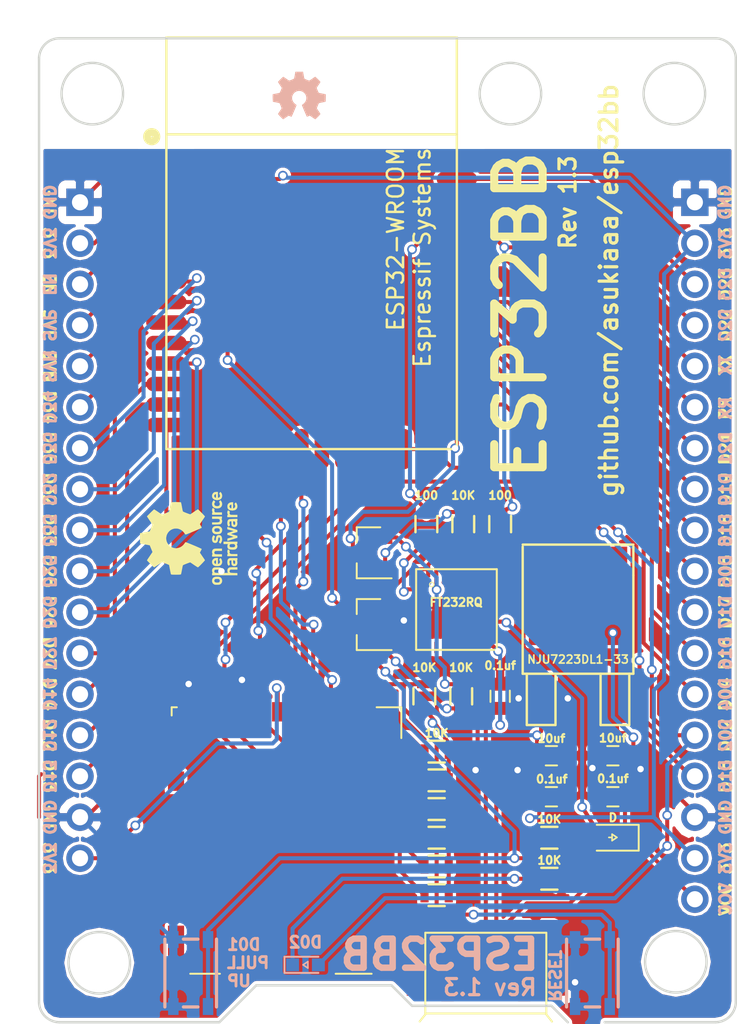
<source format=kicad_pcb>
(kicad_pcb (version 4) (host pcbnew 4.0.6-e0-6349~52~ubuntu16.10.1)
  (title_block (title ESP32BB) (date 2017-03-02) (rev 1.2))
  (layers (0 F.Cu signal) (31 B.Cu signal) (34 B.Paste user) (35 F.Paste user) (36 B.SilkS user) (37 F.SilkS user) (38 B.Mask user) (39 F.Mask user) (44 Edge.Cuts user))
  (net 0 "")
  (net 1 +3V3)
  (net 2 GND)
  (net 3 VCC)
  (net 4 SD1)
  (net 5 SD2)
  (net 6 SD3)
  (net 7 SD_CMD)
  (net 8 SD_CLK)
  (net 9 SD0)
  (net 10 +5V)
  (net 11 RXDtoTXD0)
  (net 12 D+)
  (net 13 D-)
  (net 14 TXDtoRXD0)
  (net 15 EN)
  (net 16 SVP)
  (net 17 SVN)
  (net 18 IO34)
  (net 19 IO35)
  (net 20 IO32)
  (net 21 IO33)
  (net 22 IO25)
  (net 23 IO26)
  (net 24 IO27)
  (net 25 IO14)
  (net 26 IO12)
  (net 27 IO13)
  (net 28 IO23)
  (net 29 IO22)
  (net 30 IO21)
  (net 31 IO19)
  (net 32 IO18)
  (net 33 IO5)
  (net 34 IO17)
  (net 35 IO16)
  (net 36 IO4)
  (net 37 IO2)
  (net 38 IO15)
  (net 39 "Net-(P3-Pad4)")
  (net 40 "Net-(U1-Pad32)")
  (net 41 "Net-(IC1-Pad3)")
  (net 42 "Net-(IC1-Pad5)")
  (net 43 "Net-(IC1-Pad6)")
  (net 44 "Net-(IC1-Pad7)")
  (net 45 "Net-(IC1-Pad8)")
  (net 46 "Net-(IC1-Pad9)")
  (net 47 "Net-(IC1-Pad10)")
  (net 48 "Net-(IC1-Pad11)")
  (net 49 "Net-(IC1-Pad12)")
  (net 50 "Net-(IC1-Pad13)")
  (net 51 "Net-(IC1-Pad18)")
  (net 52 "Net-(IC1-Pad21)")
  (net 53 "Net-(IC1-Pad22)")
  (net 54 "Net-(IC1-Pad23)")
  (net 55 "Net-(IC1-Pad25)")
  (net 56 "Net-(IC1-Pad27)")
  (net 57 "Net-(IC1-Pad28)")
  (net 58 "Net-(IC1-Pad29)")
  (net 59 "Net-(IC1-Pad1)")
  (net 60 "Net-(C6-Pad1)")
  (net 61 "Net-(IC1-Pad2)")
  (net 62 "Net-(IC1-Pad30)")
  (net 63 DTR)
  (net 64 RTS)
  (net 65 "Net-(Q1-Pad1)")
  (net 66 "Net-(Q2-Pad1)")
  (net 67 "IO0(boot)")
  (net 68 "Net-(D2-Pad1)")
  (module ESP32-footprints-Lib:ESP32-WROOM (layer F.Cu) (at 166.751 73.66 180)
    (fp_text reference U1 hide)
    (fp_text value ESP32-WROOM)
    (fp_text user "Espressif Systems" (at -6.858 -0.889 270) (layer F.SilkS))
    (fp_text user ESP32-WROOM (at -5.207 0.254 270) (layer F.SilkS))
    (pad 38 smd oval (at -9 5.25 180) (size 2.5 0.9) (layers F.Cu F.Paste F.Mask) (net 2 GND))
    (pad 37 smd oval (at -9 3.98 180) (size 2.5 0.9) (layers F.Cu F.Paste F.Mask) (net 28 IO23))
    (pad 36 smd oval (at -9 2.71 180) (size 2.5 0.9) (layers F.Cu F.Paste F.Mask) (net 29 IO22))
    (pad 35 smd oval (at -9 1.44 180) (size 2.5 0.9) (layers F.Cu F.Paste F.Mask) (net 11 RXDtoTXD0))
    (pad 34 smd oval (at -9 0.17 180) (size 2.5 0.9) (layers F.Cu F.Paste F.Mask) (net 14 TXDtoRXD0))
    (pad 33 smd oval (at -9 -1.1 180) (size 2.5 0.9) (layers F.Cu F.Paste F.Mask) (net 30 IO21))
    (pad 32 smd oval (at -9 -2.37 180) (size 2.5 0.9) (layers F.Cu F.Paste F.Mask) (net 40 "Net-(U1-Pad32)"))
    (pad 31 smd oval (at -9 -3.64 180) (size 2.5 0.9) (layers F.Cu F.Paste F.Mask) (net 31 IO19))
    (pad 30 smd oval (at -9 -4.91 180) (size 2.5 0.9) (layers F.Cu F.Paste F.Mask) (net 32 IO18))
    (pad 29 smd oval (at -9 -6.18 180) (size 2.5 0.9) (layers F.Cu F.Paste F.Mask) (net 33 IO5))
    (pad 28 smd oval (at -9 -7.45 180) (size 2.5 0.9) (layers F.Cu F.Paste F.Mask) (net 34 IO17))
    (pad 27 smd oval (at -9 -8.72 180) (size 2.5 0.9) (layers F.Cu F.Paste F.Mask) (net 35 IO16))
    (pad 26 smd oval (at -9 -9.99 180) (size 2.5 0.9) (layers F.Cu F.Paste F.Mask) (net 36 IO4))
    (pad 25 smd oval (at -9 -11.26 180) (size 2.5 0.9) (layers F.Cu F.Paste F.Mask) (net 67 "IO0(boot)"))
    (pad 24 smd oval (at -5.715 -12.75 180) (size 0.9 2.5) (layers F.Cu F.Paste F.Mask) (net 37 IO2))
    (pad 23 smd oval (at -4.445 -12.75 180) (size 0.9 2.5) (layers F.Cu F.Paste F.Mask) (net 38 IO15))
    (pad 22 smd oval (at -3.175 -12.75 180) (size 0.9 2.5) (layers F.Cu F.Paste F.Mask) (net 4 SD1))
    (pad 21 smd oval (at -1.905 -12.75 180) (size 0.9 2.5) (layers F.Cu F.Paste F.Mask) (net 9 SD0))
    (pad 20 smd oval (at -0.635 -12.75 180) (size 0.9 2.5) (layers F.Cu F.Paste F.Mask) (net 8 SD_CLK))
    (pad 19 smd oval (at 0.635 -12.75 180) (size 0.9 2.5) (layers F.Cu F.Paste F.Mask) (net 7 SD_CMD))
    (pad 18 smd oval (at 1.905 -12.75 180) (size 0.9 2.5) (layers F.Cu F.Paste F.Mask) (net 6 SD3))
    (pad 17 smd oval (at 3.175 -12.75 180) (size 0.9 2.5) (layers F.Cu F.Paste F.Mask) (net 5 SD2))
    (pad 16 smd oval (at 4.445 -12.75 180) (size 0.9 2.5) (layers F.Cu F.Paste F.Mask) (net 27 IO13))
    (pad 15 smd oval (at 5.715 -12.75 180) (size 0.9 2.5) (layers F.Cu F.Paste F.Mask) (net 2 GND))
    (pad 14 smd oval (at 9 -11.26 180) (size 2.5 0.9) (layers F.Cu F.Paste F.Mask) (net 26 IO12))
    (pad 13 smd oval (at 9 -9.99 180) (size 2.5 0.9) (layers F.Cu F.Paste F.Mask) (net 25 IO14))
    (pad 12 smd oval (at 9 -8.72 180) (size 2.5 0.9) (layers F.Cu F.Paste F.Mask) (net 24 IO27))
    (pad 11 smd oval (at 9 -7.45 180) (size 2.5 0.9) (layers F.Cu F.Paste F.Mask) (net 23 IO26))
    (pad 10 smd oval (at 9 -6.18 180) (size 2.5 0.9) (layers F.Cu F.Paste F.Mask) (net 22 IO25))
    (pad 9 smd oval (at 9 -4.91 180) (size 2.5 0.9) (layers F.Cu F.Paste F.Mask) (net 21 IO33))
    (pad 8 smd oval (at 9 -3.64 180) (size 2.5 0.9) (layers F.Cu F.Paste F.Mask) (net 20 IO32))
    (pad 7 smd oval (at 9 -2.37 180) (size 2.5 0.9) (layers F.Cu F.Paste F.Mask) (net 19 IO35))
    (pad 6 smd oval (at 9 -1.1 180) (size 2.5 0.9) (layers F.Cu F.Paste F.Mask) (net 18 IO34))
    (pad 5 smd oval (at 9 0.17 180) (size 2.5 0.9) (layers F.Cu F.Paste F.Mask) (net 17 SVN))
    (pad 4 smd oval (at 9 1.44 180) (size 2.5 0.9) (layers F.Cu F.Paste F.Mask) (net 16 SVP))
    (pad 3 smd oval (at 9 2.71 180) (size 2.5 0.9) (layers F.Cu F.Paste F.Mask) (net 15 EN))
    (pad 2 smd oval (at 9 3.98 180) (size 2.5 0.9) (layers F.Cu F.Paste F.Mask) (net 1 +3V3))
    (pad 1 smd oval (at 9 5.25 180) (size 2.5 0.9) (layers F.Cu F.Paste F.Mask) (net 2 GND))
    (pad 39 smd rect (at 0.3 -2.45 180) (size 6 6) (layers F.Cu F.Paste F.Mask) (net 2 GND))
  )
  (module Capacitors_SMD:C_0603 (layer F.Cu) (at 181.61 107.95)
    (fp_text reference C2 hide)
    (fp_text value 0.1uf (at 0.0254 -1.0922) (layer F.SilkS) (effects (font (size 0.5 0.5) (thickness 0.125))))
    (pad 1 smd rect (at -0.75 0) (size 0.8 0.75) (layers F.Cu F.Paste F.Mask) (net 1 +3V3))
    (pad 2 smd rect (at 0.75 0) (size 0.8 0.75) (layers F.Cu F.Paste F.Mask) (net 2 GND))
  )
  (module Capacitors_SMD:C_0603 (layer F.Cu) (at 181.61 105.41)
    (fp_text reference C3 hide)
    (fp_text value 10uf (at 0 -1.0668) (layer F.SilkS) (effects (font (size 0.5 0.5) (thickness 0.125))))
    (pad 1 smd rect (at -0.75 0) (size 0.8 0.75) (layers F.Cu F.Paste F.Mask) (net 1 +3V3))
    (pad 2 smd rect (at 0.75 0) (size 0.8 0.75) (layers F.Cu F.Paste F.Mask) (net 2 GND))
  )
  (module Capacitors_SMD:C_0603 (layer F.Cu) (at 185.42 107.95 180)
    (fp_text reference C4 hide)
    (fp_text value 0.1uf (at 0 1.1176 180) (layer F.SilkS) (effects (font (size 0.5 0.5) (thickness 0.125))))
    (pad 1 smd rect (at -0.75 0 180) (size 0.8 0.75) (layers F.Cu F.Paste F.Mask) (net 3 VCC))
    (pad 2 smd rect (at 0.75 0 180) (size 0.8 0.75) (layers F.Cu F.Paste F.Mask) (net 2 GND))
  )
  (module Capacitors_SMD:C_0603 (layer F.Cu) (at 185.42 105.41 180)
    (fp_text reference C5 hide)
    (fp_text value 10uf (at 0 1.0922 180) (layer F.SilkS) (effects (font (size 0.5 0.5) (thickness 0.125))))
    (pad 1 smd rect (at -0.75 0 180) (size 0.8 0.75) (layers F.Cu F.Paste F.Mask) (net 3 VCC))
    (pad 2 smd rect (at 0.75 0 180) (size 0.8 0.75) (layers F.Cu F.Paste F.Mask) (net 2 GND))
  )
  (module Connectors_Hirose:microSD_Card_Receptacle_Hirose_DM3AT-SF-PEJM5 (layer F.Cu) (at 165.1 110.236)
    (fp_text reference CON1 hide)
    (fp_text value Micro_SD_Card hide)
    (pad 9 smd rect (at -5.8 -7.55) (size 0.7 1.2) (layers F.Cu F.Paste F.Mask) (net 2 GND))
    (pad 8 smd rect (at -4.85 -7.55) (size 0.7 1.2) (layers F.Cu F.Paste F.Mask) (net 4 SD1))
    (pad 1 smd rect (at 2.85 -7.55) (size 0.7 1.2) (layers F.Cu F.Paste F.Mask) (net 5 SD2))
    (pad 2 smd rect (at 1.75 -7.55) (size 0.7 1.2) (layers F.Cu F.Paste F.Mask) (net 6 SD3))
    (pad 3 smd rect (at 0.65 -7.55) (size 0.7 1.2) (layers F.Cu F.Paste F.Mask) (net 7 SD_CMD))
    (pad 4 smd rect (at -0.45 -7.55) (size 0.7 1.2) (layers F.Cu F.Paste F.Mask) (net 1 +3V3))
    (pad 5 smd rect (at -1.55 -7.55) (size 0.7 1.2) (layers F.Cu F.Paste F.Mask) (net 8 SD_CLK))
    (pad 6 smd rect (at -2.65 -7.55) (size 0.7 1.2) (layers F.Cu F.Paste F.Mask) (net 2 GND))
    (pad 7 smd rect (at -3.75 -7.55) (size 0.7 1.2) (layers F.Cu F.Paste F.Mask) (net 9 SD0))
    (pad 11 smd rect (at 4.4 -7.55) (size 1 1.2) (layers F.Cu F.Paste F.Mask))
    (pad 11 smd rect (at -6.75 -3.25) (size 1 1.2) (layers F.Cu F.Paste F.Mask))
    (pad 10 smd rect (at -6.75 2.95) (size 1 0.8) (layers F.Cu F.Paste F.Mask))
    (pad 11 smd rect (at -6.75 7.1) (size 1 2.8) (layers F.Cu F.Paste F.Mask))
    (pad 11 smd rect (at 6.75 7.55) (size 1.3 1.9) (layers F.Cu F.Paste F.Mask))
  )
  (module Resistors_SMD:R_0603 (layer F.Cu) (at 176.022 101.727 270)
    (fp_text reference R1 hide)
    (fp_text value 10K (at -1.778 0 360) (layer F.SilkS) (effects (font (size 0.5 0.5) (thickness 0.125))))
    (pad 1 smd rect (at -0.75 0 270) (size 0.5 0.9) (layers F.Cu F.Paste F.Mask) (net 63 DTR))
    (pad 2 smd rect (at 0.75 0 270) (size 0.5 0.9) (layers F.Cu F.Paste F.Mask) (net 65 "Net-(Q1-Pad1)"))
  )
  (module TO_SOT_Packages_SMD:TO-252-2Lead (layer F.Cu) (at 183.261 101.854)
    (fp_text reference U2 hide)
    (fp_text value NJU7223DL1-33 (at 0 -2.413) (layer F.SilkS) (effects (font (size 0.5 0.5) (thickness 0.1))))
    (pad 1 smd rect (at -2.286 0) (size 1.651 3.048) (layers F.Cu F.Paste F.Mask) (net 1 +3V3))
    (pad 2 smd rect (at 0 -6.35) (size 6.096 6.096) (layers F.Cu F.Paste F.Mask) (net 3 VCC))
    (pad 3 smd rect (at 2.286 0) (size 1.651 3.048) (layers F.Cu F.Paste F.Mask) (net 2 GND))
  )
  (module Capacitors_SMD:C_0603 (layer F.Cu) (at 178.435 101.727 90)
    (fp_text reference C6 hide)
    (fp_text value 0.1uf (at 1.905 0 180) (layer F.SilkS) (effects (font (size 0.5 0.5) (thickness 0.125))))
    (pad 1 smd rect (at -0.75 0 90) (size 0.8 0.75) (layers F.Cu F.Paste F.Mask) (net 60 "Net-(C6-Pad1)"))
    (pad 2 smd rect (at 0.75 0 90) (size 0.8 0.75) (layers F.Cu F.Paste F.Mask) (net 2 GND))
  )
  (module osh-logo:osh-logo-3p4mm (layer B.Cu) (at 165.989 64.516 180)
    (fp_text reference G*** hide)
    (fp_text value LOGO hide)
  )
  (module Symbols:OSHW-Logo_5.7x6mm_SilkScreen (layer F.Cu) (at 159.131 91.948 90)
    (fp_text reference REF*** hide)
    (fp_text value OSHW-Logo_5.7x6mm_SilkScreen hide)
  )
  (module TO_SOT_Packages_SMD:SOT-23 (layer F.Cu) (at 170.307 97.282 180)
    (fp_text reference Q1 hide)
    (fp_text value MMBT3904 hide)
    (pad 1 smd rect (at -1 -0.95 180) (size 0.9 0.8) (layers F.Cu F.Paste F.Mask) (net 65 "Net-(Q1-Pad1)"))
    (pad 2 smd rect (at -1 0.95 180) (size 0.9 0.8) (layers F.Cu F.Paste F.Mask) (net 64 RTS))
    (pad 3 smd rect (at 1 0 180) (size 0.9 0.8) (layers F.Cu F.Paste F.Mask) (net 15 EN))
  )
  (module TO_SOT_Packages_SMD:SOT-23 (layer F.Cu) (at 170.307 92.837 180)
    (fp_text reference Q2 hide)
    (fp_text value MMBT3904 hide)
    (pad 1 smd rect (at -1 -0.95 180) (size 0.9 0.8) (layers F.Cu F.Paste F.Mask) (net 66 "Net-(Q2-Pad1)"))
    (pad 2 smd rect (at -1 0.95 180) (size 0.9 0.8) (layers F.Cu F.Paste F.Mask) (net 63 DTR))
    (pad 3 smd rect (at 1 0 180) (size 0.9 0.8) (layers F.Cu F.Paste F.Mask) (net 67 "IO0(boot)"))
  )
  (module Resistors_SMD:R_0603 (layer F.Cu) (at 178.435 91.059 270)
    (fp_text reference R4 hide)
    (fp_text value 100 (at -1.778 0 360) (layer F.SilkS) (effects (font (size 0.5 0.5) (thickness 0.125))))
    (pad 1 smd rect (at -0.75 0 270) (size 0.5 0.9) (layers F.Cu F.Paste F.Mask) (net 14 TXDtoRXD0))
    (pad 2 smd rect (at 0.75 0 270) (size 0.5 0.9) (layers F.Cu F.Paste F.Mask) (net 62 "Net-(IC1-Pad30)"))
  )
  (module Resistors_SMD:R_0603 (layer F.Cu) (at 173.863 91.059 270)
    (fp_text reference R5 hide)
    (fp_text value 100 (at -1.778 0 360) (layer F.SilkS) (effects (font (size 0.5 0.5) (thickness 0.125))))
    (pad 1 smd rect (at -0.75 0 270) (size 0.5 0.9) (layers F.Cu F.Paste F.Mask) (net 11 RXDtoTXD0))
    (pad 2 smd rect (at 0.75 0 270) (size 0.5 0.9) (layers F.Cu F.Paste F.Mask) (net 61 "Net-(IC1-Pad2)"))
  )
  (module Resistors_SMD:R_0603 (layer F.Cu) (at 181.483 110.49 180)
    (fp_text reference R2 hide)
    (fp_text value 10K (at 0 1.143 180) (layer F.SilkS) (effects (font (size 0.5 0.5) (thickness 0.125))))
    (pad 1 smd rect (at -0.75 0 180) (size 0.5 0.9) (layers F.Cu F.Paste F.Mask) (net 67 "IO0(boot)"))
    (pad 2 smd rect (at 0.75 0 180) (size 0.5 0.9) (layers F.Cu F.Paste F.Mask) (net 1 +3V3))
  )
  (module Resistors_SMD:R_0603 (layer F.Cu) (at 173.736 101.727 270)
    (fp_text reference R3 hide)
    (fp_text value 10K (at -1.778 0 360) (layer F.SilkS) (effects (font (size 0.5 0.5) (thickness 0.125))))
    (pad 1 smd rect (at -0.75 0 270) (size 0.5 0.9) (layers F.Cu F.Paste F.Mask) (net 15 EN))
    (pad 2 smd rect (at 0.75 0 270) (size 0.5 0.9) (layers F.Cu F.Paste F.Mask) (net 1 +3V3))
  )
  (module Resistors_SMD:R_0603 (layer F.Cu) (at 176.149 91.059 90)
    (fp_text reference R6 hide)
    (fp_text value 10K (at 1.778 0 180) (layer F.SilkS) (effects (font (size 0.5 0.5) (thickness 0.125))))
    (pad 1 smd rect (at -0.75 0 90) (size 0.5 0.9) (layers F.Cu F.Paste F.Mask) (net 64 RTS))
    (pad 2 smd rect (at 0.75 0 90) (size 0.5 0.9) (layers F.Cu F.Paste F.Mask) (net 66 "Net-(Q2-Pad1)"))
  )
  (module Resistors_SMD:R_0603 (layer F.Cu) (at 181.483 113.03)
    (fp_text reference R7 hide)
    (fp_text value 10K (at 0 -1.143) (layer F.SilkS) (effects (font (size 0.5 0.5) (thickness 0.125))))
    (pad 1 smd rect (at -0.75 0) (size 0.5 0.9) (layers F.Cu F.Paste F.Mask) (net 68 "Net-(D2-Pad1)"))
    (pad 2 smd rect (at 0.75 0) (size 0.5 0.9) (layers F.Cu F.Paste F.Mask) (net 2 GND))
  )
  (module switch:SKRPACE010 (layer B.Cu) (at 159.258 118.872 90)
    (fp_text reference SW1 hide)
    (fp_text value SWITCH_SPST hide)
    (pad 1 smd rect (at -2.075 1.075 90) (size 1.05 0.65) (layers B.Cu B.Paste B.Mask) (net 67 "IO0(boot)"))
    (pad 1 smd rect (at 2.075 1.075 90) (size 1.05 0.65) (layers B.Cu B.Paste B.Mask) (net 67 "IO0(boot)"))
    (pad 2 smd rect (at -2.075 -1.075 90) (size 1.05 0.65) (layers B.Cu B.Paste B.Mask) (net 2 GND))
    (pad 2 smd rect (at 2.075 -1.075 90) (size 1.05 0.65) (layers B.Cu B.Paste B.Mask) (net 2 GND))
  )
  (module usb_micro_b:USB_MICRO_B-HIROSE-ZX62R-B-5P (layer F.Cu) (at 177.546 120.777)
    (fp_text reference P3 hide)
    (fp_text value USB_OTG hide)
    (pad 1 smd rect (at 1.3 -4.125) (size 0.4 1.35) (layers F.Cu F.Paste F.Mask) (net 10 +5V))
    (pad 2 smd rect (at 0.65 -4.125) (size 0.4 1.35) (layers F.Cu F.Paste F.Mask) (net 13 D-))
    (pad 3 smd rect (at 0 -4.125) (size 0.4 1.35) (layers F.Cu F.Paste F.Mask) (net 12 D+))
    (pad 4 smd rect (at -0.65 -4.125) (size 0.4 1.35) (layers F.Cu F.Paste F.Mask) (net 39 "Net-(P3-Pad4)"))
    (pad 5 smd rect (at -1.3 -4.125) (size 0.4 1.35) (layers F.Cu F.Paste F.Mask) (net 2 GND))
    (pad 6 smd rect (at 3.1 -3.8) (size 2.1 2) (layers F.Cu F.Paste F.Mask) (net 2 GND))
    (pad 6 smd rect (at -3.1 -3.8) (size 2.1 2) (layers F.Cu F.Paste F.Mask) (net 2 GND))
    (pad 6 smd rect (at -4.1 -1.45) (size 1.6 1.9) (layers F.Cu F.Paste F.Mask) (net 2 GND))
    (pad 6 smd rect (at -0.85 -1.45) (size 1.2 1.9) (layers F.Cu F.Paste F.Mask) (net 2 GND))
    (pad 6 smd rect (at 0.85 -1.45) (size 1.2 1.9) (layers F.Cu F.Paste F.Mask) (net 2 GND))
    (pad 6 smd rect (at 4.1 -1.45) (size 1.6 1.9) (layers F.Cu F.Paste F.Mask) (net 2 GND))
  )
  (module common:D_0805 (layer F.Cu) (at 185.42 110.49 180)
    (fp_text reference D1 hide)
    (fp_text value D (at 0 1.2446 180) (layer F.SilkS) (effects (font (size 0.5 0.5) (thickness 0.125))))
    (pad 1 smd rect (at -1.05 0 180) (size 0.8 0.9) (layers F.Cu F.Paste F.Mask) (net 3 VCC))
    (pad 2 smd rect (at 1.05 0 180) (size 0.8 0.9) (layers F.Cu F.Paste F.Mask) (net 10 +5V))
  )
  (module common:LED_0603 (layer B.Cu) (at 166.37 118.364)
    (fp_text reference D2 hide)
    (fp_text value D02 (at 0 -1.397) (layer B.SilkS) (effects (font (size 0.7 0.7) (thickness 0.175)) (justify mirror)))
    (pad 2 smd rect (at 0.8 0 180) (size 0.8 0.8) (layers B.Cu B.Paste B.Mask) (net 37 IO2))
    (pad 1 smd rect (at -0.8 0 180) (size 0.8 0.8) (layers B.Cu B.Paste B.Mask) (net 68 "Net-(D2-Pad1)"))
  )
  (module common:Pin_Header_Straight_1x17_Pitch2.54mm (layer F.Cu) (at 152.4 71.12)
    (fp_text reference P1 hide)
    (fp_text value CONN_01X17)
    (pad 1 thru_hole rect (at 0 0) (size 1.7 1.7) (drill 1) (layers *.Cu *.Mask) (net 2 GND))
    (pad 2 thru_hole oval (at 0 2.54) (size 1.7 1.7) (drill 1) (layers *.Cu *.Mask) (net 1 +3V3))
    (pad 3 thru_hole oval (at 0 5.08) (size 1.7 1.7) (drill 1) (layers *.Cu *.Mask) (net 15 EN))
    (pad 4 thru_hole oval (at 0 7.62) (size 1.7 1.7) (drill 1) (layers *.Cu *.Mask) (net 16 SVP))
    (pad 5 thru_hole oval (at 0 10.16) (size 1.7 1.7) (drill 1) (layers *.Cu *.Mask) (net 17 SVN))
    (pad 6 thru_hole oval (at 0 12.7) (size 1.7 1.7) (drill 1) (layers *.Cu *.Mask) (net 18 IO34))
    (pad 7 thru_hole oval (at 0 15.24) (size 1.7 1.7) (drill 1) (layers *.Cu *.Mask) (net 19 IO35))
    (pad 8 thru_hole oval (at 0 17.78) (size 1.7 1.7) (drill 1) (layers *.Cu *.Mask) (net 20 IO32))
    (pad 9 thru_hole oval (at 0 20.32) (size 1.7 1.7) (drill 1) (layers *.Cu *.Mask) (net 21 IO33))
    (pad 10 thru_hole oval (at 0 22.86) (size 1.7 1.7) (drill 1) (layers *.Cu *.Mask) (net 22 IO25))
    (pad 11 thru_hole oval (at 0 25.4) (size 1.7 1.7) (drill 1) (layers *.Cu *.Mask) (net 23 IO26))
    (pad 12 thru_hole oval (at 0 27.94) (size 1.7 1.7) (drill 1) (layers *.Cu *.Mask) (net 24 IO27))
    (pad 13 thru_hole oval (at 0 30.48) (size 1.7 1.7) (drill 1) (layers *.Cu *.Mask) (net 25 IO14))
    (pad 14 thru_hole oval (at 0 33.02) (size 1.7 1.7) (drill 1) (layers *.Cu *.Mask) (net 26 IO12))
    (pad 15 thru_hole oval (at 0 35.56) (size 1.7 1.7) (drill 1) (layers *.Cu *.Mask) (net 27 IO13))
    (pad 16 thru_hole oval (at 0 38.1) (size 1.7 1.7) (drill 1) (layers *.Cu *.Mask) (net 2 GND))
    (pad 17 thru_hole oval (at 0 40.64) (size 1.7 1.7) (drill 1) (layers *.Cu *.Mask) (net 1 +3V3))
  )
  (module Resistors_SMD:R_0603 (layer F.Cu) (at 174.498 114.046 180)
    (fp_text reference R8 hide)
    (fp_text value 10K hide)
    (pad 1 smd rect (at -0.75 0 180) (size 0.5 0.9) (layers F.Cu F.Paste F.Mask) (net 1 +3V3))
    (pad 2 smd rect (at 0.75 0 180) (size 0.5 0.9) (layers F.Cu F.Paste F.Mask) (net 4 SD1))
  )
  (module Resistors_SMD:R_0603 (layer F.Cu) (at 174.498 112.268 180)
    (fp_text reference R9 hide)
    (fp_text value 10K hide)
    (pad 1 smd rect (at -0.75 0 180) (size 0.5 0.9) (layers F.Cu F.Paste F.Mask) (net 1 +3V3))
    (pad 2 smd rect (at 0.75 0 180) (size 0.5 0.9) (layers F.Cu F.Paste F.Mask) (net 9 SD0))
  )
  (module Resistors_SMD:R_0603 (layer F.Cu) (at 174.498 110.49 180)
    (fp_text reference R10 hide)
    (fp_text value 10K hide)
    (pad 1 smd rect (at -0.75 0 180) (size 0.5 0.9) (layers F.Cu F.Paste F.Mask) (net 1 +3V3))
    (pad 2 smd rect (at 0.75 0 180) (size 0.5 0.9) (layers F.Cu F.Paste F.Mask) (net 8 SD_CLK))
  )
  (module Resistors_SMD:R_0603 (layer F.Cu) (at 174.498 108.712 180)
    (fp_text reference R11 hide)
    (fp_text value 10K hide)
    (pad 1 smd rect (at -0.75 0 180) (size 0.5 0.9) (layers F.Cu F.Paste F.Mask) (net 1 +3V3))
    (pad 2 smd rect (at 0.75 0 180) (size 0.5 0.9) (layers F.Cu F.Paste F.Mask) (net 7 SD_CMD))
  )
  (module Resistors_SMD:R_0603 (layer F.Cu) (at 174.498 106.934 180)
    (fp_text reference R12 hide)
    (fp_text value 10K hide)
    (pad 1 smd rect (at -0.75 0 180) (size 0.5 0.9) (layers F.Cu F.Paste F.Mask) (net 1 +3V3))
    (pad 2 smd rect (at 0.75 0 180) (size 0.5 0.9) (layers F.Cu F.Paste F.Mask) (net 6 SD3))
  )
  (module Resistors_SMD:R_0603 (layer F.Cu) (at 174.498 105.156 180)
    (fp_text reference R13 hide)
    (fp_text value 10K (at 0 1.143 180) (layer F.SilkS) (effects (font (size 0.5 0.5) (thickness 0.125))))
    (pad 1 smd rect (at -0.75 0 180) (size 0.5 0.9) (layers F.Cu F.Paste F.Mask) (net 1 +3V3))
    (pad 2 smd rect (at 0.75 0 180) (size 0.5 0.9) (layers F.Cu F.Paste F.Mask) (net 5 SD2))
  )
  (module switch:SKRPACE010 (layer B.Cu) (at 184.15 118.872 90)
    (fp_text reference SW2 hide)
    (fp_text value SWITCH_SPST hide)
    (pad 1 smd rect (at -2.075 1.075 90) (size 1.05 0.65) (layers B.Cu B.Paste B.Mask) (net 15 EN))
    (pad 1 smd rect (at 2.075 1.075 90) (size 1.05 0.65) (layers B.Cu B.Paste B.Mask) (net 15 EN))
    (pad 2 smd rect (at -2.075 -1.075 90) (size 1.05 0.65) (layers B.Cu B.Paste B.Mask) (net 2 GND))
    (pad 2 smd rect (at 2.075 -1.075 90) (size 1.05 0.65) (layers B.Cu B.Paste B.Mask) (net 2 GND))
  )
  (module ftdi232rq:FR232RQ (layer F.Cu) (at 173.228 93.853)
    (fp_text reference IC1 hide)
    (fp_text value FT232RQ (at 2.4765 2.053499) (layer F.SilkS) (effects (font (size 0.5 0.5) (thickness 0.125))))
    (pad 1 smd rect (at 0.14892 0.7493) (size 0.7 0.24892) (layers F.Cu F.Paste F.Mask) (net 59 "Net-(IC1-Pad1)"))
    (pad 2 smd rect (at 0.14892 1.24968) (size 0.7 0.24892) (layers F.Cu F.Paste F.Mask) (net 61 "Net-(IC1-Pad2)"))
    (pad 3 smd rect (at 0.14892 1.74752) (size 0.7 0.24892) (layers F.Cu F.Paste F.Mask) (net 41 "Net-(IC1-Pad3)"))
    (pad 4 smd rect (at 0.14892 2.2479) (size 0.7 0.24892) (layers F.Cu F.Paste F.Mask) (net 2 GND))
    (pad 5 smd rect (at 0.14892 2.74828) (size 0.7 0.24892) (layers F.Cu F.Paste F.Mask) (net 42 "Net-(IC1-Pad5)"))
    (pad 6 smd rect (at 0.14892 3.24866) (size 0.7 0.24892) (layers F.Cu F.Paste F.Mask) (net 43 "Net-(IC1-Pad6)"))
    (pad 7 smd rect (at 0.14892 3.74904) (size 0.7 0.24892) (layers F.Cu F.Paste F.Mask) (net 44 "Net-(IC1-Pad7)"))
    (pad 8 smd rect (at 0.14892 4.24942) (size 0.7 0.24892) (layers F.Cu F.Paste F.Mask) (net 45 "Net-(IC1-Pad8)"))
    (pad 9 smd rect (at 0.7493 4.8498) (size 0.25 0.7) (layers F.Cu F.Paste F.Mask) (net 46 "Net-(IC1-Pad9)"))
    (pad 10 smd rect (at 1.24968 4.8498) (size 0.25 0.7) (layers F.Cu F.Paste F.Mask) (net 47 "Net-(IC1-Pad10)"))
    (pad 11 smd rect (at 1.74752 4.8498) (size 0.25 0.7) (layers F.Cu F.Paste F.Mask) (net 48 "Net-(IC1-Pad11)"))
    (pad 12 smd rect (at 2.2479 4.8498) (size 0.25 0.7) (layers F.Cu F.Paste F.Mask) (net 49 "Net-(IC1-Pad12)"))
    (pad 13 smd rect (at 2.74828 4.8498) (size 0.25 0.7) (layers F.Cu F.Paste F.Mask) (net 50 "Net-(IC1-Pad13)"))
    (pad 14 smd rect (at 3.24866 4.8498) (size 0.25 0.7) (layers F.Cu F.Paste F.Mask) (net 12 D+))
    (pad 15 smd rect (at 3.74904 4.8498) (size 0.25 0.7) (layers F.Cu F.Paste F.Mask) (net 13 D-))
    (pad 16 smd rect (at 4.24942 4.8498) (size 0.25 0.7) (layers F.Cu F.Paste F.Mask) (net 60 "Net-(C6-Pad1)"))
    (pad 17 smd rect (at 4.8498 4.24942) (size 0.69784 0.24892) (layers F.Cu F.Paste F.Mask) (net 2 GND))
    (pad 18 smd rect (at 4.8498 3.74904) (size 0.69784 0.24892) (layers F.Cu F.Paste F.Mask) (net 51 "Net-(IC1-Pad18)"))
    (pad 19 smd rect (at 4.8498 3.24866) (size 0.69784 0.24892) (layers F.Cu F.Paste F.Mask) (net 10 +5V))
    (pad 20 smd rect (at 4.8498 2.74828) (size 0.69784 0.24892) (layers F.Cu F.Paste F.Mask) (net 2 GND))
    (pad 21 smd rect (at 4.8498 2.2479) (size 0.69784 0.24892) (layers F.Cu F.Paste F.Mask) (net 52 "Net-(IC1-Pad21)"))
    (pad 22 smd rect (at 4.8498 1.74752) (size 0.69784 0.24892) (layers F.Cu F.Paste F.Mask) (net 53 "Net-(IC1-Pad22)"))
    (pad 23 smd rect (at 4.8498 1.24968) (size 0.69784 0.24892) (layers F.Cu F.Paste F.Mask) (net 54 "Net-(IC1-Pad23)"))
    (pad 24 smd rect (at 4.8498 0.7493) (size 0.69784 0.24892) (layers F.Cu F.Paste F.Mask) (net 2 GND))
    (pad 25 smd rect (at 4.24942 0.14892) (size 0.25 0.7) (layers F.Cu F.Paste F.Mask) (net 55 "Net-(IC1-Pad25)"))
    (pad 26 smd rect (at 3.74904 0.14892) (size 0.25 0.7) (layers F.Cu F.Paste F.Mask) (net 2 GND))
    (pad 27 smd rect (at 3.24866 0.14892) (size 0.25 0.7) (layers F.Cu F.Paste F.Mask) (net 56 "Net-(IC1-Pad27)"))
    (pad 28 smd rect (at 2.74828 0.14892) (size 0.25 0.7) (layers F.Cu F.Paste F.Mask) (net 57 "Net-(IC1-Pad28)"))
    (pad 29 smd rect (at 2.2479 0.14892) (size 0.25 0.7) (layers F.Cu F.Paste F.Mask) (net 58 "Net-(IC1-Pad29)"))
    (pad 30 smd rect (at 1.74752 0.14892) (size 0.25 0.7) (layers F.Cu F.Paste F.Mask) (net 62 "Net-(IC1-Pad30)"))
    (pad 31 smd rect (at 1.24968 0.14892) (size 0.25 0.7) (layers F.Cu F.Paste F.Mask) (net 63 DTR))
    (pad 32 smd rect (at 0.7493 0.14892) (size 0.25 0.7) (layers F.Cu F.Paste F.Mask) (net 64 RTS))
  )
  (module common:Pin_Header_Straight_1x18_Pitch2.54mm (layer F.Cu) (at 190.5 71.12)
    (fp_text reference J1 hide)
    (fp_text value CONN_01X18 hide)
    (pad 1 thru_hole rect (at 0 0) (size 1.7 1.7) (drill 1) (layers *.Cu *.Mask) (net 2 GND))
    (pad 2 thru_hole oval (at 0 2.54) (size 1.7 1.7) (drill 1) (layers *.Cu *.Mask) (net 1 +3V3))
    (pad 3 thru_hole oval (at 0 5.08) (size 1.7 1.7) (drill 1) (layers *.Cu *.Mask) (net 28 IO23))
    (pad 4 thru_hole oval (at 0 7.62) (size 1.7 1.7) (drill 1) (layers *.Cu *.Mask) (net 29 IO22))
    (pad 5 thru_hole oval (at 0 10.16) (size 1.7 1.7) (drill 1) (layers *.Cu *.Mask) (net 11 RXDtoTXD0))
    (pad 6 thru_hole oval (at 0 12.7) (size 1.7 1.7) (drill 1) (layers *.Cu *.Mask) (net 14 TXDtoRXD0))
    (pad 7 thru_hole oval (at 0 15.24) (size 1.7 1.7) (drill 1) (layers *.Cu *.Mask) (net 30 IO21))
    (pad 8 thru_hole oval (at 0 17.78) (size 1.7 1.7) (drill 1) (layers *.Cu *.Mask) (net 31 IO19))
    (pad 9 thru_hole oval (at 0 20.32) (size 1.7 1.7) (drill 1) (layers *.Cu *.Mask) (net 32 IO18))
    (pad 10 thru_hole oval (at 0 22.86) (size 1.7 1.7) (drill 1) (layers *.Cu *.Mask) (net 33 IO5))
    (pad 11 thru_hole oval (at 0 25.4) (size 1.7 1.7) (drill 1) (layers *.Cu *.Mask) (net 34 IO17))
    (pad 12 thru_hole oval (at 0 27.94) (size 1.7 1.7) (drill 1) (layers *.Cu *.Mask) (net 35 IO16))
    (pad 13 thru_hole oval (at 0 30.48) (size 1.7 1.7) (drill 1) (layers *.Cu *.Mask) (net 36 IO4))
    (pad 14 thru_hole oval (at 0 33.02) (size 1.7 1.7) (drill 1) (layers *.Cu *.Mask) (net 37 IO2))
    (pad 15 thru_hole oval (at 0 35.56) (size 1.7 1.7) (drill 1) (layers *.Cu *.Mask) (net 38 IO15))
    (pad 16 thru_hole oval (at 0 38.1) (size 1.7 1.7) (drill 1) (layers *.Cu *.Mask) (net 2 GND))
    (pad 17 thru_hole oval (at 0 40.64) (size 1.7 1.7) (drill 1) (layers *.Cu *.Mask) (net 1 +3V3))
    (pad 18 thru_hole oval (at 0 43.18) (size 1.7 1.7) (drill 1) (layers *.Cu *.Mask) (net 3 VCC))
  )
  (gr_text RX (at 192.405 83.8835 90) (layer F.SilkS) (effects (font (size 0.7 0.7) (thickness 0.175))))
  (gr_text RX (at 192.405 83.8835 90) (layer B.SilkS) (effects (font (size 0.7 0.7) (thickness 0.175)) (justify mirror)))
  (gr_text RESET (at 181.8005 117.348 270) (layer B.SilkS) (effects (font (size 0.7 0.7) (thickness 0.175)) (justify right mirror)))
  (gr_line (start 172.974 120.904) (end 181.61 120.904) (angle 90) (layer Edge.Cuts) (width 0.15))
  (gr_line (start 163.322 119.634) (end 171.704 119.634) (angle 90) (layer Edge.Cuts) (width 0.15))
  (gr_line (start 151.13 121.92) (end 161.036 121.92) (angle 90) (layer Edge.Cuts) (width 0.15))
  (gr_text D27 (at 150.495 99.06 270) (layer B.SilkS) (effects (font (size 0.7 0.7) (thickness 0.175)) (justify mirror)))
  (gr_text 3V3 (at 150.495 111.76 270) (layer F.SilkS) (effects (font (size 0.7 0.7) (thickness 0.175))))
  (gr_text GND (at 150.495 109.22 270) (layer F.SilkS) (effects (font (size 0.7 0.7) (thickness 0.175))))
  (gr_text D13 (at 150.495 106.68 270) (layer F.SilkS) (effects (font (size 0.7 0.7) (thickness 0.175))))
  (gr_text D12 (at 150.495 104.14 270) (layer F.SilkS) (effects (font (size 0.7 0.7) (thickness 0.175))))
  (gr_text D14 (at 150.495 101.6 270) (layer F.SilkS) (effects (font (size 0.7 0.7) (thickness 0.175))))
  (gr_text D26 (at 150.495 96.52 270) (layer F.SilkS) (effects (font (size 0.7 0.7) (thickness 0.175))))
  (gr_text D25 (at 150.495 93.98 270) (layer F.SilkS) (effects (font (size 0.7 0.7) (thickness 0.175))))
  (gr_text D33 (at 150.495 91.44 270) (layer F.SilkS) (effects (font (size 0.7 0.7) (thickness 0.175))))
  (gr_text D32 (at 150.495 88.9 270) (layer F.SilkS) (effects (font (size 0.7 0.7) (thickness 0.175))))
  (gr_text D35 (at 150.495 86.36 270) (layer F.SilkS) (effects (font (size 0.7 0.7) (thickness 0.175))))
  (gr_text D34 (at 150.495 83.82 270) (layer F.SilkS) (effects (font (size 0.7 0.7) (thickness 0.175))))
  (gr_text SVN (at 150.495 81.28 270) (layer F.SilkS) (effects (font (size 0.7 0.7) (thickness 0.175))))
  (gr_text SVP (at 150.495 78.74 270) (layer F.SilkS) (effects (font (size 0.7 0.7) (thickness 0.175))))
  (gr_text EN (at 150.495 76.2 270) (layer F.SilkS) (effects (font (size 0.7 0.7) (thickness 0.175))))
  (gr_text 3V3 (at 150.495 73.66 270) (layer F.SilkS) (effects (font (size 0.7 0.7) (thickness 0.175))))
  (gr_text GND (at 150.495 71.12 270) (layer F.SilkS) (effects (font (size 0.7 0.7) (thickness 0.175))))
  (gr_text VCC (at 192.405 114.3 90) (layer F.SilkS) (effects (font (size 0.7 0.7) (thickness 0.175))))
  (gr_text 3V3 (at 192.405 111.76 90) (layer F.SilkS) (effects (font (size 0.7 0.7) (thickness 0.175))))
  (gr_text GND (at 192.405 109.22 90) (layer F.SilkS) (effects (font (size 0.7 0.7) (thickness 0.175))))
  (gr_text TX (at 192.405 81.2165 90) (layer F.SilkS) (effects (font (size 0.7 0.7) (thickness 0.175))))
  (gr_text D15 (at 192.405 106.68 90) (layer F.SilkS) (effects (font (size 0.7 0.7) (thickness 0.175))))
  (gr_text D02 (at 192.405 104.14 90) (layer F.SilkS) (effects (font (size 0.7 0.7) (thickness 0.175))))
  (gr_text D04 (at 192.405 101.6 90) (layer F.SilkS) (effects (font (size 0.7 0.7) (thickness 0.175))))
  (gr_text D16 (at 192.405 99.06 90) (layer F.SilkS) (effects (font (size 0.7 0.7) (thickness 0.175))))
  (gr_text D17 (at 192.405 96.52 90) (layer F.SilkS) (effects (font (size 0.7 0.7) (thickness 0.175))))
  (gr_text D05 (at 192.405 93.98 90) (layer F.SilkS) (effects (font (size 0.7 0.7) (thickness 0.175))))
  (gr_text D18 (at 192.405 91.44 90) (layer F.SilkS) (effects (font (size 0.7 0.7) (thickness 0.175))))
  (gr_text D19 (at 192.405 88.9 90) (layer F.SilkS) (effects (font (size 0.7 0.7) (thickness 0.175))))
  (gr_text D21 (at 192.405 86.36 90) (layer F.SilkS) (effects (font (size 0.7 0.7) (thickness 0.175))))
  (gr_text D22 (at 192.405 78.74 90) (layer F.SilkS) (effects (font (size 0.7 0.7) (thickness 0.175))))
  (gr_text D23 (at 192.405 76.2 90) (layer F.SilkS) (effects (font (size 0.7 0.7) (thickness 0.175))))
  (gr_text 3V3 (at 192.405 73.66 90) (layer F.SilkS) (effects (font (size 0.7 0.7) (thickness 0.175))))
  (gr_text GND (at 192.405 71.12 90) (layer F.SilkS) (effects (font (size 0.7 0.7) (thickness 0.175))))
  (gr_circle (center 153.162 64.389) (end 155.067 64.389) (layer Edge.Cuts) (width 0.15))
  (gr_circle (center 189.23 64.389) (end 191.135 64.389) (layer Edge.Cuts) (width 0.15))
  (gr_text ESP32BB (at 179.705 78.105 90) (layer F.SilkS) (effects (font (size 3 3) (thickness 0.5))))
  (gr_line (start 161.036 121.92) (end 163.322 119.634) (angle 90) (layer Edge.Cuts) (width 0.15))
  (gr_line (start 172.974 120.904) (end 171.704 119.634) (angle 90) (layer Edge.Cuts) (width 0.15))
  (gr_line (start 182.626 121.92) (end 181.61 120.904) (angle 90) (layer Edge.Cuts) (width 0.15))
  (gr_line (start 191.77 121.92) (end 184.912 121.92) (angle 90) (layer Edge.Cuts) (width 0.15))
  (gr_line (start 151.13 60.96) (end 191.77 60.96) (angle 90) (layer Edge.Cuts) (width 0.15))
  (gr_circle (center 179.07 64.389) (end 180.975 64.389) (layer Edge.Cuts) (width 0.15))
  (gr_text GND (at 192.3542 71.12 90) (layer B.SilkS) (effects (font (size 0.7 0.7) (thickness 0.175)) (justify mirror)))
  (gr_text "Rev 1.3" (at 182.626 71.12 90) (layer F.SilkS) (effects (font (size 1 1) (thickness 0.2))))
  (gr_text "Rev 1.3" (at 177.8 119.761) (layer B.SilkS) (effects (font (size 1 1) (thickness 0.2)) (justify mirror)))
  (gr_text ESP32BB (at 174.6885 117.729) (layer B.SilkS) (effects (font (size 1.8 1.8) (thickness 0.4)) (justify mirror)))
  (gr_text github.com/asukiaaa/esp32bb (at 185.166 76.581 90) (layer F.SilkS) (effects (font (size 1.1 1.1) (thickness 0.2))))
  (gr_text "D01\nPULL\nUP" (at 161.417 118.237) (layer B.SilkS) (effects (font (size 0.7 0.7) (thickness 0.175)) (justify right mirror)))
  (gr_text 3V3 (at 192.405 73.66 90) (layer B.SilkS) (effects (font (size 0.7 0.7) (thickness 0.175)) (justify mirror)))
  (gr_text D23 (at 192.405 76.2 90) (layer B.SilkS) (effects (font (size 0.7 0.7) (thickness 0.175)) (justify mirror)))
  (gr_text D22 (at 192.405 78.74 90) (layer B.SilkS) (effects (font (size 0.7 0.7) (thickness 0.175)) (justify mirror)))
  (gr_text D21 (at 192.405 86.36 90) (layer B.SilkS) (effects (font (size 0.7 0.7) (thickness 0.175)) (justify mirror)))
  (gr_text D19 (at 192.405 88.9 90) (layer B.SilkS) (effects (font (size 0.7 0.7) (thickness 0.175)) (justify mirror)))
  (gr_text D18 (at 192.405 91.44 90) (layer B.SilkS) (effects (font (size 0.7 0.7) (thickness 0.175)) (justify mirror)))
  (gr_text D05 (at 192.405 93.98 90) (layer B.SilkS) (effects (font (size 0.7 0.7) (thickness 0.175)) (justify mirror)))
  (gr_text D17 (at 192.405 96.52 90) (layer B.SilkS) (effects (font (size 0.7 0.7) (thickness 0.175)) (justify mirror)))
  (gr_text D16 (at 192.405 99.06 90) (layer B.SilkS) (effects (font (size 0.7 0.7) (thickness 0.175)) (justify mirror)))
  (gr_text D04 (at 192.405 101.6 90) (layer B.SilkS) (effects (font (size 0.7 0.7) (thickness 0.175)) (justify mirror)))
  (gr_text D02 (at 192.405 104.14 90) (layer B.SilkS) (effects (font (size 0.7 0.7) (thickness 0.175)) (justify mirror)))
  (gr_text D15 (at 192.405 106.68 90) (layer B.SilkS) (effects (font (size 0.7 0.7) (thickness 0.175)) (justify mirror)))
  (gr_text TX (at 192.405 81.2165 90) (layer B.SilkS) (effects (font (size 0.7 0.7) (thickness 0.175)) (justify mirror)))
  (gr_text GND (at 192.405 109.22 90) (layer B.SilkS) (effects (font (size 0.7 0.7) (thickness 0.175)) (justify mirror)))
  (gr_text VCC (at 192.405 114.3 90) (layer B.SilkS) (effects (font (size 0.7 0.7) (thickness 0.175)) (justify mirror)))
  (gr_text 3V3 (at 192.405 111.76 90) (layer B.SilkS) (effects (font (size 0.7 0.7) (thickness 0.175)) (justify mirror)))
  (gr_text 3V3 (at 150.495 111.76 270) (layer B.SilkS) (effects (font (size 0.7 0.7) (thickness 0.175)) (justify mirror)))
  (gr_text GND (at 150.495 109.22 270) (layer B.SilkS) (effects (font (size 0.7 0.7) (thickness 0.175)) (justify mirror)))
  (gr_text D13 (at 150.495 106.68 270) (layer B.SilkS) (effects (font (size 0.7 0.7) (thickness 0.175)) (justify mirror)))
  (gr_text D12 (at 150.495 104.14 270) (layer B.SilkS) (effects (font (size 0.7 0.7) (thickness 0.175)) (justify mirror)))
  (gr_text D14 (at 150.495 101.6 270) (layer B.SilkS) (effects (font (size 0.7 0.7) (thickness 0.175)) (justify mirror)))
  (gr_text D27 (at 150.495 99.06 270) (layer F.SilkS) (effects (font (size 0.7 0.7) (thickness 0.175))))
  (gr_text D26 (at 150.495 96.52 270) (layer B.SilkS) (effects (font (size 0.7 0.7) (thickness 0.175)) (justify mirror)))
  (gr_text D25 (at 150.495 93.98 270) (layer B.SilkS) (effects (font (size 0.7 0.7) (thickness 0.175)) (justify mirror)))
  (gr_text D33 (at 150.495 91.44 270) (layer B.SilkS) (effects (font (size 0.7 0.7) (thickness 0.175)) (justify mirror)))
  (gr_text D32 (at 150.495 88.9 270) (layer B.SilkS) (effects (font (size 0.7 0.7) (thickness 0.175)) (justify mirror)))
  (gr_text D35 (at 150.495 86.36 270) (layer B.SilkS) (effects (font (size 0.7 0.7) (thickness 0.175)) (justify mirror)))
  (gr_text D34 (at 150.495 83.82 270) (layer B.SilkS) (effects (font (size 0.7 0.7) (thickness 0.175)) (justify mirror)))
  (gr_text SVN (at 150.495 81.28 270) (layer B.SilkS) (effects (font (size 0.7 0.7) (thickness 0.175)) (justify mirror)))
  (gr_text SVP (at 150.495 78.74 270) (layer B.SilkS) (effects (font (size 0.7 0.7) (thickness 0.175)) (justify mirror)))
  (gr_text EN (at 150.495 76.2 270) (layer B.SilkS) (effects (font (size 0.7 0.7) (thickness 0.175)) (justify mirror)))
  (gr_text 3V3 (at 150.495 73.66 270) (layer B.SilkS) (effects (font (size 0.7 0.7) (thickness 0.175)) (justify mirror)))
  (gr_text GND (at 150.495 71.12 270) (layer B.SilkS) (effects (font (size 0.7 0.7) (thickness 0.175)) (justify mirror)))
  (gr_circle (center 189.3189 118.1735) (end 191.2239 118.1735) (layer Edge.Cuts) (width 0.15))
  (gr_circle (center 153.5938 118.237) (end 155.4988 118.237) (layer Edge.Cuts) (width 0.15))
  (gr_arc (start 191.77 120.65) (end 193.04 120.65) (angle 90) (layer Edge.Cuts) (width 0.15))
  (gr_arc (start 151.13 120.65) (end 151.13 121.92) (angle 90) (layer Edge.Cuts) (width 0.15))
  (gr_arc (start 191.77 62.23) (end 191.77 60.96) (angle 90) (layer Edge.Cuts) (width 0.15))
  (gr_arc (start 151.13 62.23) (end 149.86 62.23) (angle 90) (layer Edge.Cuts) (width 0.15))
  (gr_line (start 193.04 120.65) (end 193.04 62.23) (angle 90) (layer Edge.Cuts) (width 0.15))
  (gr_line (start 149.86 62.23) (end 149.86 120.65) (angle 90) (layer Edge.Cuts) (width 0.15))
  (segment (start 149.86 109.22) (end 149.86 106.68) (width 0.25) (layer F.Cu) (net 0))
  (segment (start 149.86 106.68) (end 149.987 106.553) (width 0.25) (layer F.Cu) (net 0))
  (segment (start 187.96 109.22) (end 187.96 101.346) (width 0.25) (layer B.Cu) (net 1))
  (segment (start 188.595 75.565) (end 190.5 73.66) (width 0.25) (layer B.Cu) (net 1))
  (segment (start 188.595 100.711) (end 188.595 75.565) (width 0.25) (layer B.Cu) (net 1))
  (segment (start 187.96 101.346) (end 188.595 100.711) (width 0.25) (layer B.Cu) (net 1))
  (segment (start 180.86 109.22) (end 180.34 109.22) (width 0.25) (layer F.Cu) (net 1))
  (segment (start 180.34 109.22) (end 180.2765 109.2835) (width 0.25) (layer F.Cu) (net 1))
  (via (at 180.2765 109.2835) (size 0.6) (drill 0.4) (layers F.Cu B.Cu) (net 1))
  (segment (start 180.2765 109.2835) (end 180.34 109.22) (width 0.25) (layer B.Cu) (net 1))
  (segment (start 180.34 109.22) (end 187.96 109.22) (width 0.25) (layer B.Cu) (net 1))
  (segment (start 187.96 109.22) (end 190.5 111.76) (width 0.25) (layer B.Cu) (net 1))
  (segment (start 180.733 110.5415) (end 180.733 110.49) (width 0.25) (layer F.Cu) (net 1))
  (segment (start 174.244 103.378) (end 174.371 103.378) (width 0.25) (layer F.Cu) (net 1))
  (segment (start 175.248 104.636) (end 175.248 106.934) (width 0.25) (layer F.Cu) (net 1))
  (segment (start 174.371 103.378) (end 175.248 104.636) (width 0.25) (layer F.Cu) (net 1))
  (segment (start 175.248 106.934) (end 175.248 108.712) (width 0.25) (layer F.Cu) (net 1))
  (segment (start 175.248 108.712) (end 175.248 110.49) (width 0.25) (layer F.Cu) (net 1))
  (segment (start 175.248 110.49) (end 175.248 112.268) (width 0.25) (layer F.Cu) (net 1))
  (segment (start 175.248 112.268) (end 175.248 114.046) (width 0.25) (layer F.Cu) (net 1))
  (segment (start 152.4 111.76) (end 153.797 111.76) (width 0.25) (layer F.Cu) (net 1))
  (segment (start 164.65 101.277) (end 164.65 102.686) (width 0.25) (layer F.Cu) (net 1))
  (segment (start 164.592 101.219) (end 164.65 101.277) (width 0.25) (layer F.Cu) (net 1))
  (via (at 164.592 101.219) (size 0.6) (drill 0.4) (layers F.Cu B.Cu) (net 1))
  (segment (start 164.592 104.394) (end 164.592 101.219) (width 0.25) (layer B.Cu) (net 1))
  (segment (start 164.338 104.648) (end 164.592 104.394) (width 0.25) (layer B.Cu) (net 1))
  (segment (start 160.909 104.648) (end 164.338 104.648) (width 0.25) (layer B.Cu) (net 1))
  (segment (start 155.829 109.728) (end 160.909 104.648) (width 0.25) (layer B.Cu) (net 1))
  (via (at 155.829 109.728) (size 0.6) (drill 0.4) (layers F.Cu B.Cu) (net 1))
  (segment (start 153.797 111.76) (end 155.829 109.728) (width 0.25) (layer F.Cu) (net 1))
  (segment (start 190.5 73.66) (end 190.373 73.66) (width 0.25) (layer B.Cu) (net 1))
  (segment (start 157.751 69.68) (end 164.762 69.68) (width 0.25) (layer F.Cu) (net 1))
  (segment (start 164.762 69.68) (end 164.973 69.469) (width 0.25) (layer F.Cu) (net 1))
  (via (at 164.973 69.469) (size 0.6) (drill 0.4) (layers F.Cu B.Cu) (net 1))
  (segment (start 164.973 69.469) (end 165.1 69.596) (width 0.25) (layer B.Cu) (net 1))
  (segment (start 165.1 69.596) (end 186.436 69.596) (width 0.25) (layer B.Cu) (net 1))
  (segment (start 186.436 69.596) (end 190.5 73.66) (width 0.25) (layer B.Cu) (net 1))
  (segment (start 180.86 107.95) (end 180.86 109.22) (width 0.25) (layer F.Cu) (net 1))
  (segment (start 180.86 109.22) (end 180.86 110.363) (width 0.25) (layer F.Cu) (net 1))
  (segment (start 180.86 110.363) (end 180.733 110.49) (width 0.25) (layer F.Cu) (net 1))
  (segment (start 180.721 104.14) (end 180.721 105.271) (width 0.25) (layer F.Cu) (net 1))
  (segment (start 180.721 105.271) (end 180.86 105.41) (width 0.25) (layer F.Cu) (net 1))
  (segment (start 180.86 105.41) (end 180.86 107.95) (width 0.25) (layer F.Cu) (net 1))
  (segment (start 173.736 102.477) (end 174.371 103.251) (width 0.25) (layer F.Cu) (net 1))
  (segment (start 180.975 103.886) (end 180.975 101.854) (width 0.25) (layer F.Cu) (net 1))
  (segment (start 180.721 104.14) (end 180.975 103.886) (width 0.25) (layer F.Cu) (net 1))
  (via (at 180.721 104.14) (size 0.6) (drill 0.4) (layers F.Cu B.Cu) (net 1))
  (segment (start 174.879 104.14) (end 180.721 104.14) (width 0.25) (layer B.Cu) (net 1))
  (segment (start 174.244 103.378) (end 174.879 104.14) (width 0.25) (layer B.Cu) (net 1))
  (via (at 174.244 103.378) (size 0.6) (drill 0.4) (layers F.Cu B.Cu) (net 1))
  (segment (start 174.371 103.251) (end 174.244 103.378) (width 0.25) (layer F.Cu) (net 1))
  (segment (start 157.751 69.68) (end 156.253 69.68) (width 0.25) (layer F.Cu) (net 1))
  (segment (start 153.289 73.66) (end 152.4 73.66) (width 0.25) (layer F.Cu) (net 1))
  (segment (start 154.305 72.644) (end 153.289 73.66) (width 0.25) (layer F.Cu) (net 1))
  (segment (start 154.305 71.628) (end 154.305 72.644) (width 0.25) (layer F.Cu) (net 1))
  (segment (start 156.253 69.68) (end 154.305 71.628) (width 0.25) (layer F.Cu) (net 1))
  (segment (start 190.5 109.22) (end 190.5 108.966) (width 0.25) (layer F.Cu) (net 2))
  (segment (start 190.5 108.966) (end 187.7695 106.2355) (width 0.25) (layer F.Cu) (net 2))
  (segment (start 187.7695 106.2355) (end 187.1345 106.2355) (width 0.25) (layer F.Cu) (net 2))
  (via (at 187.1345 106.2355) (size 0.6) (drill 0.4) (layers F.Cu B.Cu) (net 2))
  (segment (start 187.1345 106.2355) (end 187.071 106.172) (width 0.25) (layer B.Cu) (net 2))
  (segment (start 187.071 106.172) (end 184.15 106.172) (width 0.25) (layer B.Cu) (net 2))
  (via (at 184.15 106.172) (size 0.6) (drill 0.4) (layers F.Cu B.Cu) (net 2))
  (segment (start 184.15 106.172) (end 184.67 105.652) (width 0.25) (layer F.Cu) (net 2))
  (segment (start 184.67 105.652) (end 184.67 105.41) (width 0.25) (layer F.Cu) (net 2))
  (segment (start 179.578 101.854) (end 179.578 106.2355) (width 0.25) (layer F.Cu) (net 2))
  (via (at 176.911 106.299) (size 0.6) (drill 0.4) (layers F.Cu B.Cu) (net 2))
  (segment (start 179.5145 106.299) (end 176.911 106.299) (width 0.25) (layer B.Cu) (net 2))
  (via (at 179.5145 106.299) (size 0.6) (drill 0.4) (layers F.Cu B.Cu) (net 2))
  (segment (start 179.578 106.2355) (end 179.5145 106.299) (width 0.25) (layer F.Cu) (net 2))
  (via (at 183.075 119.4435) (size 0.6) (drill 0.4) (layers F.Cu B.Cu) (net 2))
  (segment (start 181.646 119.327) (end 182.9585 119.327) (width 0.25) (layer F.Cu) (net 2))
  (segment (start 182.9585 119.327) (end 183.075 119.4435) (width 0.25) (layer F.Cu) (net 2))
  (segment (start 183.075 116.797) (end 183.075 119.4435) (width 0.25) (layer B.Cu) (net 2))
  (segment (start 183.075 119.4435) (end 183.075 120.947) (width 0.25) (layer B.Cu) (net 2))
  (segment (start 176.246 116.652) (end 176.246 118.877) (width 0.25) (layer F.Cu) (net 2))
  (segment (start 176.246 118.877) (end 176.696 119.327) (width 0.25) (layer F.Cu) (net 2))
  (segment (start 174.446 116.977) (end 174.446 118.327) (width 0.25) (layer F.Cu) (net 2))
  (segment (start 174.446 118.327) (end 173.446 119.327) (width 0.25) (layer F.Cu) (net 2))
  (segment (start 173.446 119.327) (end 176.696 119.327) (width 0.25) (layer F.Cu) (net 2))
  (segment (start 176.696 119.327) (end 178.396 119.327) (width 0.25) (layer F.Cu) (net 2))
  (segment (start 178.396 119.327) (end 181.646 119.327) (width 0.25) (layer F.Cu) (net 2))
  (segment (start 181.646 119.327) (end 180.646 118.327) (width 0.25) (layer F.Cu) (net 2))
  (segment (start 180.646 118.327) (end 180.646 116.977) (width 0.25) (layer F.Cu) (net 2))
  (segment (start 177.9778 96.60128) (end 178.35372 96.60128) (width 0.25) (layer F.Cu) (net 2))
  (segment (start 177.9778 94.6023) (end 179.4383 94.6023) (width 0.25) (layer F.Cu) (net 2))
  (segment (start 179.451 94.615) (end 179.451 95.504) (width 0.25) (layer F.Cu) (net 2))
  (segment (start 179.4383 94.6023) (end 179.451 94.615) (width 0.25) (layer F.Cu) (net 2))
  (segment (start 179.451 95.504) (end 179.451 98.171) (width 0.25) (layer F.Cu) (net 2))
  (segment (start 158.183 120.947) (end 158.183 116.797) (width 0.25) (layer B.Cu) (net 2))
  (segment (start 158.183 116.797) (end 154.686 113.3) (width 0.25) (layer B.Cu) (net 2))
  (segment (start 154.686 113.3) (end 154.686 111.506) (width 0.25) (layer B.Cu) (net 2))
  (segment (start 154.686 111.506) (end 152.4 109.22) (width 0.25) (layer B.Cu) (net 2))
  (segment (start 185.547 101.854) (end 182.626 101.854) (width 0.25) (layer F.Cu) (net 2))
  (segment (start 179.578 101.854) (end 178.701 100.977) (width 0.25) (layer F.Cu) (net 2))
  (via (at 179.578 101.854) (size 0.6) (drill 0.4) (layers F.Cu B.Cu) (net 2))
  (segment (start 182.626 101.854) (end 179.578 101.854) (width 0.25) (layer B.Cu) (net 2))
  (via (at 182.626 101.854) (size 0.6) (drill 0.4) (layers F.Cu B.Cu) (net 2))
  (segment (start 178.701 100.977) (end 178.435 100.977) (width 0.25) (layer F.Cu) (net 2))
  (segment (start 177.9778 98.10242) (end 179.451 98.10242) (width 0.25) (layer F.Cu) (net 2))
  (segment (start 179.451 98.10242) (end 179.451 98.171) (width 0.25) (layer F.Cu) (net 2))
  (segment (start 179.451 99.961) (end 178.435 100.977) (width 0.25) (layer F.Cu) (net 2))
  (segment (start 179.451 98.171) (end 179.451 99.961) (width 0.25) (layer F.Cu) (net 2))
  (segment (start 162.433 100.711) (end 163.322 100.711) (width 0.25) (layer B.Cu) (net 2))
  (segment (start 172.6311 96.1009) (end 173.47692 96.1009) (width 0.25) (layer F.Cu) (net 2))
  (segment (start 172.466 96.266) (end 172.6311 96.1009) (width 0.25) (layer F.Cu) (net 2))
  (segment (start 172.466 97.028) (end 172.466 96.266) (width 0.25) (layer F.Cu) (net 2))
  (via (at 172.466 97.028) (size 0.6) (drill 0.4) (layers F.Cu B.Cu) (net 2))
  (segment (start 170.434 99.06) (end 172.466 97.028) (width 0.25) (layer B.Cu) (net 2))
  (segment (start 170.434 100.33) (end 170.434 99.06) (width 0.25) (layer B.Cu) (net 2))
  (segment (start 168.91 101.854) (end 170.434 100.33) (width 0.25) (layer B.Cu) (net 2))
  (segment (start 167.513 101.854) (end 168.91 101.854) (width 0.25) (layer B.Cu) (net 2))
  (segment (start 165.735 100.076) (end 167.513 101.854) (width 0.25) (layer B.Cu) (net 2))
  (segment (start 163.957 100.076) (end 165.735 100.076) (width 0.25) (layer B.Cu) (net 2))
  (segment (start 163.322 100.711) (end 163.957 100.076) (width 0.25) (layer B.Cu) (net 2))
  (segment (start 162.433 100.711) (end 159.385 100.711) (width 0.25) (layer B.Cu) (net 2))
  (segment (start 159.3 101.134) (end 159.3 102.686) (width 0.25) (layer F.Cu) (net 2))
  (segment (start 159.131 100.965) (end 159.3 101.134) (width 0.25) (layer F.Cu) (net 2))
  (via (at 159.131 100.965) (size 0.6) (drill 0.4) (layers F.Cu B.Cu) (net 2))
  (segment (start 159.385 100.711) (end 159.131 100.965) (width 0.25) (layer B.Cu) (net 2))
  (segment (start 162.45 100.728) (end 162.45 102.686) (width 0.25) (layer F.Cu) (net 2))
  (segment (start 162.433 100.711) (end 162.45 100.728) (width 0.25) (layer F.Cu) (net 2))
  (via (at 162.433 100.711) (size 0.6) (drill 0.4) (layers F.Cu B.Cu) (net 2))
  (segment (start 162.433 95.25) (end 162.433 100.711) (width 0.25) (layer B.Cu) (net 2))
  (segment (start 161.163 93.98) (end 162.433 95.25) (width 0.25) (layer B.Cu) (net 2))
  (via (at 161.163 93.98) (size 0.6) (drill 0.4) (layers F.Cu B.Cu) (net 2))
  (segment (start 161.036 93.853) (end 161.163 93.98) (width 0.25) (layer F.Cu) (net 2))
  (segment (start 161.036 86.41) (end 161.036 93.853) (width 0.25) (layer F.Cu) (net 2))
  (segment (start 183.261 112.776) (end 183.261 110.109) (width 0.25) (layer F.Cu) (net 2))
  (segment (start 182.499 109.347) (end 182.499 108.089) (width 0.25) (layer F.Cu) (net 2))
  (segment (start 183.261 110.109) (end 182.499 109.347) (width 0.25) (layer F.Cu) (net 2))
  (segment (start 182.499 108.089) (end 182.36 107.95) (width 0.25) (layer F.Cu) (net 2))
  (segment (start 183.007 113.03) (end 182.233 113.03) (width 0.25) (layer F.Cu) (net 2))
  (segment (start 183.261 112.776) (end 183.007 113.03) (width 0.25) (layer F.Cu) (net 2))
  (segment (start 152.4 109.22) (end 152.781 109.22) (width 0.25) (layer F.Cu) (net 2))
  (segment (start 152.781 109.22) (end 157.226 104.775) (width 0.25) (layer F.Cu) (net 2))
  (segment (start 157.296 102.686) (end 159.3 102.686) (width 0.25) (layer F.Cu) (net 2))
  (segment (start 157.226 102.616) (end 157.296 102.686) (width 0.25) (layer F.Cu) (net 2))
  (segment (start 157.226 104.775) (end 157.226 102.616) (width 0.25) (layer F.Cu) (net 2))
  (segment (start 161.036 84.328) (end 161.036 86.41) (width 0.25) (layer F.Cu) (net 2))
  (segment (start 166.451 76.11) (end 166.451 68.753) (width 0.25) (layer F.Cu) (net 2))
  (segment (start 166.451 68.753) (end 166.794 68.41) (width 0.25) (layer F.Cu) (net 2))
  (segment (start 175.751 68.41) (end 166.794 68.41) (width 0.25) (layer F.Cu) (net 2))
  (segment (start 166.794 68.41) (end 157.751 68.41) (width 0.25) (layer F.Cu) (net 2))
  (segment (start 157.751 68.41) (end 157.708 68.453) (width 0.25) (layer F.Cu) (net 2))
  (segment (start 157.708 68.453) (end 155.067 68.453) (width 0.25) (layer F.Cu) (net 2))
  (segment (start 155.067 68.453) (end 152.4 71.12) (width 0.25) (layer F.Cu) (net 2))
  (segment (start 175.751 68.41) (end 186.139 68.41) (width 0.25) (layer F.Cu) (net 2))
  (segment (start 188.849 71.12) (end 190.5 71.12) (width 0.25) (layer F.Cu) (net 2))
  (segment (start 186.139 68.41) (end 188.849 71.12) (width 0.25) (layer F.Cu) (net 2))
  (segment (start 185.547 101.854) (end 185.547 104.533) (width 0.25) (layer F.Cu) (net 2))
  (segment (start 185.547 104.533) (end 184.67 105.41) (width 0.25) (layer F.Cu) (net 2))
  (segment (start 184.67 105.41) (end 184.67 107.95) (width 0.25) (layer F.Cu) (net 2))
  (segment (start 184.67 107.95) (end 182.36 107.95) (width 0.25) (layer F.Cu) (net 2))
  (segment (start 182.36 107.95) (end 182.36 105.41) (width 0.25) (layer F.Cu) (net 2))
  (segment (start 176.97704 95.885) (end 176.97704 96.07296) (width 0.25) (layer F.Cu) (net 2))
  (segment (start 176.97704 96.07296) (end 176.911 96.139) (width 0.25) (layer F.Cu) (net 2))
  (segment (start 177.11928 96.60128) (end 177.9778 96.60128) (width 0.25) (layer F.Cu) (net 2))
  (segment (start 176.911 96.393) (end 177.11928 96.60128) (width 0.25) (layer F.Cu) (net 2))
  (segment (start 176.911 96.139) (end 176.911 96.393) (width 0.25) (layer F.Cu) (net 2))
  (segment (start 173.47692 96.1009) (end 176.9491 96.1009) (width 0.25) (layer F.Cu) (net 2))
  (segment (start 176.9491 96.1009) (end 176.97704 96.07296) (width 0.25) (layer F.Cu) (net 2))
  (segment (start 176.97704 95.885) (end 176.97704 94.10192) (width 0.25) (layer F.Cu) (net 2))
  (segment (start 152.4 70.485) (end 151.765 70.485) (width 0.25) (layer B.Cu) (net 2))
  (segment (start 166.451 76.11) (end 166.451 78.913) (width 0.25) (layer F.Cu) (net 2))
  (segment (start 167.34 76.11) (end 167.1204 76.11) (width 0.25) (layer F.Cu) (net 2))
  (segment (start 166.451 78.913) (end 161.036 84.328) (width 0.25) (layer F.Cu) (net 2))
  (segment (start 186.47 110.49) (end 186.69 110.49) (width 0.25) (layer F.Cu) (net 3))
  (segment (start 186.69 110.49) (end 190.5 114.3) (width 0.25) (layer F.Cu) (net 3))
  (segment (start 186.17 107.95) (end 186.17 105.41) (width 0.25) (layer F.Cu) (net 3))
  (segment (start 186.17 105.41) (end 186.69 104.89) (width 0.25) (layer F.Cu) (net 3))
  (segment (start 186.69 104.89) (end 186.69 104.267) (width 0.25) (layer F.Cu) (net 3))
  (via (at 186.69 104.267) (size 0.6) (drill 0.4) (layers F.Cu B.Cu) (net 3))
  (segment (start 186.69 104.267) (end 185.42 102.997) (width 0.25) (layer B.Cu) (net 3))
  (segment (start 185.42 102.997) (end 185.42 97.79) (width 0.25) (layer B.Cu) (net 3))
  (via (at 185.42 97.79) (size 0.6) (drill 0.4) (layers F.Cu B.Cu) (net 3))
  (segment (start 185.42 97.79) (end 183.261 95.631) (width 0.25) (layer F.Cu) (net 3))
  (segment (start 183.261 95.631) (end 183.261 95.504) (width 0.25) (layer F.Cu) (net 3))
  (segment (start 186.17 110.19) (end 186.17 105.41) (width 0.25) (layer F.Cu) (net 3))
  (segment (start 160.25 102.686) (end 160.25 103.227) (width 0.25) (layer F.Cu) (net 4))
  (segment (start 160.25 103.227) (end 163.645002 106.622002) (width 0.25) (layer F.Cu) (net 4))
  (segment (start 172.212 112.51) (end 173.748 114.046) (width 0.25) (layer F.Cu) (net 4))
  (segment (start 172.212 110.871) (end 172.212 112.51) (width 0.25) (layer F.Cu) (net 4))
  (segment (start 167.963002 106.622002) (end 172.212 110.871) (width 0.25) (layer F.Cu) (net 4))
  (segment (start 163.645002 106.622002) (end 167.963002 106.622002) (width 0.25) (layer F.Cu) (net 4))
  (segment (start 169.926 86.41) (end 169.926 89.662) (width 0.25) (layer F.Cu) (net 4))
  (segment (start 160.25 99.338) (end 160.25 102.686) (width 0.25) (layer F.Cu) (net 4))
  (segment (start 169.926 89.662) (end 160.25 99.338) (width 0.25) (layer F.Cu) (net 4))
  (segment (start 167.95 102.686) (end 167.95 103.561) (width 0.25) (layer F.Cu) (net 5))
  (segment (start 172.732 104.14) (end 173.748 105.156) (width 0.25) (layer F.Cu) (net 5))
  (segment (start 168.529 104.14) (end 172.732 104.14) (width 0.25) (layer F.Cu) (net 5))
  (segment (start 167.95 103.561) (end 168.529 104.14) (width 0.25) (layer F.Cu) (net 5))
  (segment (start 163.576 86.41) (end 163.576 91.821) (width 0.25) (layer F.Cu) (net 5))
  (segment (start 167.95 100.782) (end 167.95 102.686) (width 0.25) (layer F.Cu) (net 5))
  (segment (start 168.021 100.711) (end 167.95 100.782) (width 0.25) (layer F.Cu) (net 5))
  (via (at 168.021 100.711) (size 0.6) (drill 0.4) (layers F.Cu B.Cu) (net 5))
  (segment (start 164.211 96.901) (end 168.021 100.711) (width 0.25) (layer B.Cu) (net 5))
  (segment (start 164.211 92.456) (end 164.211 96.901) (width 0.25) (layer B.Cu) (net 5))
  (segment (start 163.957 92.202) (end 164.211 92.456) (width 0.25) (layer B.Cu) (net 5))
  (via (at 163.957 92.202) (size 0.6) (drill 0.4) (layers F.Cu B.Cu) (net 5))
  (segment (start 163.576 91.821) (end 163.957 92.202) (width 0.25) (layer F.Cu) (net 5))
  (segment (start 168.402 104.648) (end 168.021 104.648) (width 0.25) (layer F.Cu) (net 6))
  (segment (start 171.45 104.648) (end 168.402 104.648) (width 0.25) (layer F.Cu) (net 6))
  (segment (start 173.736 106.934) (end 171.45 104.648) (width 0.25) (layer F.Cu) (net 6))
  (segment (start 166.85 103.477) (end 166.85 102.686) (width 0.25) (layer F.Cu) (net 6))
  (segment (start 168.021 104.648) (end 166.85 103.477) (width 0.25) (layer F.Cu) (net 6))
  (segment (start 173.748 106.934) (end 173.736 106.934) (width 0.25) (layer F.Cu) (net 6))
  (segment (start 164.846 86.41) (end 164.846 91.186) (width 0.25) (layer F.Cu) (net 6))
  (via (at 164.846 91.186) (size 0.6) (drill 0.4) (layers F.Cu B.Cu) (net 6))
  (segment (start 164.846 91.186) (end 164.846 95.885) (width 0.25) (layer B.Cu) (net 6))
  (segment (start 164.846 95.885) (end 166.243 97.282) (width 0.25) (layer B.Cu) (net 6))
  (segment (start 166.243 97.282) (end 166.878 97.282) (width 0.25) (layer B.Cu) (net 6))
  (via (at 166.878 97.282) (size 0.6) (drill 0.4) (layers F.Cu B.Cu) (net 6))
  (segment (start 166.878 97.282) (end 166.85 97.31) (width 0.25) (layer F.Cu) (net 6))
  (segment (start 166.85 97.31) (end 166.85 102.686) (width 0.25) (layer F.Cu) (net 6))
  (segment (start 165.75 102.686) (end 165.75 103.139) (width 0.25) (layer F.Cu) (net 7))
  (segment (start 165.75 103.139) (end 167.767 105.156) (width 0.25) (layer F.Cu) (net 7))
  (segment (start 170.192 105.156) (end 173.748 108.712) (width 0.25) (layer F.Cu) (net 7))
  (segment (start 167.767 105.156) (end 170.192 105.156) (width 0.25) (layer F.Cu) (net 7))
  (segment (start 166.116 86.41) (end 166.116 89.662) (width 0.25) (layer F.Cu) (net 7))
  (segment (start 165.75 95.108) (end 165.75 102.686) (width 0.25) (layer F.Cu) (net 7))
  (segment (start 166.243 94.615) (end 165.75 95.108) (width 0.25) (layer F.Cu) (net 7))
  (via (at 166.243 94.615) (size 0.6) (drill 0.4) (layers F.Cu B.Cu) (net 7))
  (segment (start 166.243 89.789) (end 166.243 94.615) (width 0.25) (layer B.Cu) (net 7))
  (via (at 166.243 89.789) (size 0.6) (drill 0.4) (layers F.Cu B.Cu) (net 7))
  (segment (start 166.116 89.662) (end 166.243 89.789) (width 0.25) (layer F.Cu) (net 7))
  (segment (start 163.55 102.686) (end 163.55 103.098) (width 0.25) (layer F.Cu) (net 8))
  (segment (start 163.55 103.098) (end 166.116 105.664) (width 0.25) (layer F.Cu) (net 8))
  (segment (start 172.339 109.081) (end 173.748 110.49) (width 0.25) (layer F.Cu) (net 8))
  (segment (start 172.339 108.331) (end 172.339 109.081) (width 0.25) (layer F.Cu) (net 8))
  (segment (start 169.672 105.664) (end 172.339 108.331) (width 0.25) (layer F.Cu) (net 8))
  (segment (start 166.116 105.664) (end 169.672 105.664) (width 0.25) (layer F.Cu) (net 8))
  (segment (start 167.386 86.41) (end 167.386 89.789) (width 0.25) (layer F.Cu) (net 8))
  (segment (start 163.55 97.764) (end 163.55 102.686) (width 0.25) (layer F.Cu) (net 8))
  (segment (start 163.449 97.663) (end 163.55 97.764) (width 0.25) (layer F.Cu) (net 8))
  (via (at 163.449 97.663) (size 0.6) (drill 0.4) (layers F.Cu B.Cu) (net 8))
  (segment (start 163.449 94.234) (end 163.449 97.663) (width 0.25) (layer B.Cu) (net 8))
  (segment (start 163.322 94.107) (end 163.449 94.234) (width 0.25) (layer B.Cu) (net 8))
  (via (at 163.322 94.107) (size 0.6) (drill 0.4) (layers F.Cu B.Cu) (net 8))
  (segment (start 163.322 93.853) (end 163.322 94.107) (width 0.25) (layer F.Cu) (net 8))
  (segment (start 167.386 89.789) (end 163.322 93.853) (width 0.25) (layer F.Cu) (net 8))
  (segment (start 161.35 102.686) (end 161.35 103.184) (width 0.25) (layer F.Cu) (net 9))
  (segment (start 161.35 103.184) (end 164.338 106.172) (width 0.25) (layer F.Cu) (net 9))
  (segment (start 172.72 111.24) (end 173.748 112.268) (width 0.25) (layer F.Cu) (net 9))
  (segment (start 172.72 110.363) (end 172.72 111.24) (width 0.25) (layer F.Cu) (net 9))
  (segment (start 168.529 106.172) (end 172.72 110.363) (width 0.25) (layer F.Cu) (net 9))
  (segment (start 164.338 106.172) (end 168.529 106.172) (width 0.25) (layer F.Cu) (net 9))
  (segment (start 168.656 86.41) (end 168.656 89.916) (width 0.25) (layer F.Cu) (net 9))
  (segment (start 161.35 99.508) (end 161.35 102.686) (width 0.25) (layer F.Cu) (net 9))
  (segment (start 161.417 99.441) (end 161.35 99.508) (width 0.25) (layer F.Cu) (net 9))
  (via (at 161.417 99.441) (size 0.6) (drill 0.4) (layers F.Cu B.Cu) (net 9))
  (segment (start 161.417 97.155) (end 161.417 99.441) (width 0.25) (layer B.Cu) (net 9))
  (via (at 161.417 97.155) (size 0.6) (drill 0.4) (layers F.Cu B.Cu) (net 9))
  (segment (start 168.656 89.916) (end 161.417 97.155) (width 0.25) (layer F.Cu) (net 9))
  (segment (start 178.846 116.652) (end 178.846 115.794) (width 0.25) (layer F.Cu) (net 10))
  (segment (start 184.37 112.937) (end 184.37 110.49) (width 0.25) (layer F.Cu) (net 10))
  (segment (start 182.753 114.554) (end 184.37 112.937) (width 0.25) (layer F.Cu) (net 10))
  (segment (start 180.086 114.554) (end 182.753 114.554) (width 0.25) (layer F.Cu) (net 10))
  (segment (start 178.846 115.794) (end 180.086 114.554) (width 0.25) (layer F.Cu) (net 10))
  (segment (start 177.9778 97.10166) (end 178.76266 97.10166) (width 0.25) (layer F.Cu) (net 10))
  (segment (start 184.37 109.948) (end 184.37 110.49) (width 0.25) (layer F.Cu) (net 10))
  (segment (start 183.515 108.585) (end 184.37 109.948) (width 0.25) (layer F.Cu) (net 10))
  (via (at 183.515 108.585) (size 0.6) (drill 0.4) (layers F.Cu B.Cu) (net 10))
  (segment (start 183.515 101.854) (end 183.515 108.585) (width 0.25) (layer B.Cu) (net 10))
  (segment (start 178.816 97.155) (end 183.515 101.854) (width 0.25) (layer B.Cu) (net 10))
  (via (at 178.816 97.155) (size 0.6) (drill 0.4) (layers F.Cu B.Cu) (net 10))
  (segment (start 178.76266 97.10166) (end 178.816 97.155) (width 0.25) (layer F.Cu) (net 10))
  (segment (start 175.751 72.22) (end 181.44 72.22) (width 0.25) (layer F.Cu) (net 11))
  (segment (start 181.44 72.22) (end 190.5 81.28) (width 0.25) (layer F.Cu) (net 11))
  (segment (start 175.751 72.22) (end 174.795 72.22) (width 0.25) (layer F.Cu) (net 11))
  (segment (start 174.795 72.22) (end 172.974 74.041) (width 0.25) (layer F.Cu) (net 11))
  (via (at 172.974 74.041) (size 0.6) (drill 0.4) (layers F.Cu B.Cu) (net 11))
  (segment (start 172.974 74.041) (end 172.847 74.168) (width 0.25) (layer B.Cu) (net 11))
  (segment (start 172.847 74.168) (end 172.847 89.154) (width 0.25) (layer B.Cu) (net 11))
  (via (at 172.847 89.154) (size 0.6) (drill 0.4) (layers F.Cu B.Cu) (net 11))
  (segment (start 172.847 89.154) (end 173.863 90.17) (width 0.25) (layer F.Cu) (net 11))
  (segment (start 173.863 90.17) (end 173.863 90.551) (width 0.25) (layer F.Cu) (net 11))
  (segment (start 173.863 90.551) (end 173.863 90.309) (width 0.25) (layer F.Cu) (net 11))
  (segment (start 176.47666 98.7028) (end 176.47666 99.64166) (width 0.25) (layer F.Cu) (net 12))
  (segment (start 177.038 100.33) (end 177.038 104.902) (width 0.25) (layer F.Cu) (net 12))
  (segment (start 177.038 104.902) (end 177.546 105.41) (width 0.25) (layer F.Cu) (net 12))
  (segment (start 177.546 105.41) (end 177.546 116.652) (width 0.25) (layer F.Cu) (net 12))
  (segment (start 177.038 100.203) (end 177.038 100.33) (width 0.25) (layer F.Cu) (net 12))
  (segment (start 176.47666 99.64166) (end 177.038 100.203) (width 0.25) (layer F.Cu) (net 12))
  (segment (start 176.97704 98.7028) (end 176.97704 99.31654) (width 0.25) (layer F.Cu) (net 13))
  (segment (start 178.196 105.298) (end 178.196 116.652) (width 0.25) (layer F.Cu) (net 13))
  (segment (start 177.546 104.648) (end 178.196 105.298) (width 0.25) (layer F.Cu) (net 13))
  (segment (start 177.546 99.8855) (end 177.546 104.648) (width 0.25) (layer F.Cu) (net 13))
  (segment (start 176.97704 99.31654) (end 177.546 99.8855) (width 0.25) (layer F.Cu) (net 13))
  (segment (start 178.689 73.914) (end 180.594 73.914) (width 0.25) (layer F.Cu) (net 14))
  (segment (start 180.594 73.914) (end 190.5 83.82) (width 0.25) (layer F.Cu) (net 14))
  (segment (start 178.265 73.49) (end 175.751 73.49) (width 0.25) (layer F.Cu) (net 14))
  (segment (start 178.689 73.914) (end 178.265 73.49) (width 0.25) (layer F.Cu) (net 14))
  (via (at 178.689 73.914) (size 0.6) (drill 0.4) (layers F.Cu B.Cu) (net 14))
  (segment (start 178.689 88.265) (end 178.689 73.914) (width 0.25) (layer B.Cu) (net 14))
  (segment (start 179.197 89.9795) (end 178.689 88.265) (width 0.25) (layer B.Cu) (net 14))
  (segment (start 178.435 90.309) (end 179.197 89.9795) (width 0.25) (layer F.Cu) (net 14))
  (via (at 179.197 89.9795) (size 0.6) (drill 0.4) (layers F.Cu B.Cu) (net 14))
  (segment (start 185.225 116.797) (end 185.225 120.947) (width 0.25) (layer B.Cu) (net 15))
  (segment (start 174.498 115.062) (end 174.498 115.1255) (width 0.25) (layer F.Cu) (net 15))
  (segment (start 172.466 100.977) (end 172.466 102.489) (width 0.25) (layer F.Cu) (net 15))
  (segment (start 174.498 104.521) (end 174.498 115.062) (width 0.25) (layer F.Cu) (net 15))
  (segment (start 172.466 102.489) (end 174.498 104.521) (width 0.25) (layer F.Cu) (net 15))
  (segment (start 185.225 115.756) (end 185.225 116.797) (width 0.25) (layer B.Cu) (net 15))
  (segment (start 184.7215 115.2525) (end 185.225 115.756) (width 0.25) (layer B.Cu) (net 15))
  (segment (start 176.784 115.2525) (end 184.7215 115.2525) (width 0.25) (layer B.Cu) (net 15))
  (via (at 176.784 115.2525) (size 0.6) (drill 0.4) (layers F.Cu B.Cu) (net 15))
  (segment (start 174.625 115.2525) (end 176.784 115.2525) (width 0.25) (layer F.Cu) (net 15))
  (segment (start 174.498 115.1255) (end 174.625 115.2525) (width 0.25) (layer F.Cu) (net 15))
  (segment (start 157.751 70.95) (end 159.342 70.95) (width 0.25) (layer F.Cu) (net 15))
  (segment (start 168.021 95.631) (end 169.307 96.917) (width 0.25) (layer F.Cu) (net 15))
  (via (at 168.021 95.631) (size 0.6) (drill 0.4) (layers F.Cu B.Cu) (net 15))
  (segment (start 168.021 87.376) (end 168.021 95.631) (width 0.25) (layer B.Cu) (net 15))
  (segment (start 161.544 80.899) (end 168.021 87.376) (width 0.25) (layer B.Cu) (net 15))
  (via (at 161.544 80.899) (size 0.6) (drill 0.4) (layers F.Cu B.Cu) (net 15))
  (segment (start 161.544 73.152) (end 161.544 80.899) (width 0.25) (layer F.Cu) (net 15))
  (segment (start 159.342 70.95) (end 161.544 73.152) (width 0.25) (layer F.Cu) (net 15))
  (segment (start 169.307 96.917) (end 169.307 97.282) (width 0.25) (layer F.Cu) (net 15))
  (segment (start 173.736 100.977) (end 172.466 100.977) (width 0.25) (layer F.Cu) (net 15))
  (segment (start 172.466 100.977) (end 170.446 100.977) (width 0.25) (layer F.Cu) (net 15))
  (segment (start 169.418 99.949) (end 169.418 97.393) (width 0.25) (layer F.Cu) (net 15))
  (segment (start 170.446 100.977) (end 169.418 99.949) (width 0.25) (layer F.Cu) (net 15))
  (segment (start 169.418 97.393) (end 169.307 97.282) (width 0.25) (layer F.Cu) (net 15))
  (segment (start 157.751 70.95) (end 156.126 70.95) (width 0.25) (layer F.Cu) (net 15))
  (segment (start 155.067 73.533) (end 152.4 76.2) (width 0.25) (layer F.Cu) (net 15))
  (segment (start 155.067 72.009) (end 155.067 73.533) (width 0.25) (layer F.Cu) (net 15))
  (segment (start 156.126 70.95) (end 155.067 72.009) (width 0.25) (layer F.Cu) (net 15))
  (segment (start 157.751 72.22) (end 156.126 72.22) (width 0.25) (layer F.Cu) (net 16))
  (segment (start 154.432 76.708) (end 152.4 78.74) (width 0.25) (layer F.Cu) (net 16))
  (segment (start 154.432 74.93) (end 154.432 76.708) (width 0.25) (layer F.Cu) (net 16))
  (segment (start 155.702 73.66) (end 154.432 74.93) (width 0.25) (layer F.Cu) (net 16))
  (segment (start 155.702 72.644) (end 155.702 73.66) (width 0.25) (layer F.Cu) (net 16))
  (segment (start 156.126 72.22) (end 155.702 72.644) (width 0.25) (layer F.Cu) (net 16))
  (segment (start 157.751 73.49) (end 156.634 73.49) (width 0.25) (layer F.Cu) (net 17))
  (segment (start 156.634 73.49) (end 155.067 75.057) (width 0.25) (layer F.Cu) (net 17))
  (segment (start 154.178 79.502) (end 152.4 81.28) (width 0.25) (layer F.Cu) (net 17))
  (segment (start 154.178 78.105) (end 154.178 79.502) (width 0.25) (layer F.Cu) (net 17))
  (segment (start 155.067 77.216) (end 154.178 78.105) (width 0.25) (layer F.Cu) (net 17))
  (segment (start 155.067 75.057) (end 155.067 77.216) (width 0.25) (layer F.Cu) (net 17))
  (segment (start 157.751 73.49) (end 156.761 73.49) (width 0.25) (layer F.Cu) (net 17))
  (segment (start 157.751 74.76) (end 156.253 74.76) (width 0.25) (layer F.Cu) (net 18))
  (segment (start 154.94 81.28) (end 152.4 83.82) (width 0.25) (layer F.Cu) (net 18))
  (segment (start 154.94 78.359) (end 154.94 81.28) (width 0.25) (layer F.Cu) (net 18))
  (segment (start 155.575 77.724) (end 154.94 78.359) (width 0.25) (layer F.Cu) (net 18))
  (segment (start 155.575 75.438) (end 155.575 77.724) (width 0.25) (layer F.Cu) (net 18))
  (segment (start 156.253 74.76) (end 155.575 75.438) (width 0.25) (layer F.Cu) (net 18))
  (segment (start 152.4 86.36) (end 153.162 86.36) (width 0.25) (layer B.Cu) (net 19))
  (segment (start 153.162 86.36) (end 156.337 83.185) (width 0.25) (layer B.Cu) (net 19))
  (segment (start 156.337 83.185) (end 156.337 79.121) (width 0.25) (layer B.Cu) (net 19))
  (segment (start 156.337 79.121) (end 159.639 75.819) (width 0.25) (layer B.Cu) (net 19))
  (via (at 159.639 75.819) (size 0.6) (drill 0.4) (layers F.Cu B.Cu) (net 19))
  (segment (start 159.639 75.819) (end 159.428 76.03) (width 0.25) (layer F.Cu) (net 19))
  (segment (start 159.428 76.03) (end 157.751 76.03) (width 0.25) (layer F.Cu) (net 19))
  (segment (start 157.65 76.03) (end 157.48 76.2) (width 0.25) (layer F.Cu) (net 19))
  (segment (start 157.65 76.03) (end 157.48 76.2) (width 0.25) (layer F.Cu) (net 19))
  (segment (start 152.4 88.9) (end 154.686 88.9) (width 0.25) (layer B.Cu) (net 20))
  (segment (start 159.555 77.3) (end 157.751 77.3) (width 0.25) (layer F.Cu) (net 20))
  (segment (start 159.639 77.216) (end 159.555 77.3) (width 0.25) (layer F.Cu) (net 20))
  (via (at 159.639 77.216) (size 0.6) (drill 0.4) (layers F.Cu B.Cu) (net 20))
  (segment (start 156.972 79.883) (end 159.639 77.216) (width 0.25) (layer B.Cu) (net 20))
  (segment (start 156.972 86.614) (end 156.972 79.883) (width 0.25) (layer B.Cu) (net 20))
  (segment (start 154.686 88.9) (end 156.972 86.614) (width 0.25) (layer B.Cu) (net 20))
  (segment (start 157.65 77.3) (end 157.48 77.47) (width 0.25) (layer F.Cu) (net 20))
  (segment (start 157.65 77.3) (end 157.48 77.47) (width 0.25) (layer F.Cu) (net 20))
  (segment (start 152.4 91.44) (end 154.813 91.44) (width 0.25) (layer B.Cu) (net 21))
  (segment (start 159.301 78.57) (end 157.751 78.57) (width 0.25) (layer F.Cu) (net 21))
  (segment (start 159.385 78.486) (end 159.301 78.57) (width 0.25) (layer F.Cu) (net 21))
  (via (at 159.385 78.486) (size 0.6) (drill 0.4) (layers F.Cu B.Cu) (net 21))
  (segment (start 157.607 80.264) (end 159.385 78.486) (width 0.25) (layer B.Cu) (net 21))
  (segment (start 157.607 88.646) (end 157.607 80.264) (width 0.25) (layer B.Cu) (net 21))
  (segment (start 154.813 91.44) (end 157.607 88.646) (width 0.25) (layer B.Cu) (net 21))
  (segment (start 157.65 78.57) (end 157.48 78.74) (width 0.25) (layer F.Cu) (net 21))
  (segment (start 157.65 78.57) (end 157.48 78.74) (width 0.25) (layer F.Cu) (net 21))
  (segment (start 152.4 93.98) (end 154.305 93.98) (width 0.25) (layer B.Cu) (net 22))
  (segment (start 159.301 79.84) (end 157.751 79.84) (width 0.25) (layer F.Cu) (net 22))
  (segment (start 159.512 79.629) (end 159.301 79.84) (width 0.25) (layer F.Cu) (net 22))
  (via (at 159.512 79.629) (size 0.6) (drill 0.4) (layers F.Cu B.Cu) (net 22))
  (segment (start 158.242 80.899) (end 159.512 79.629) (width 0.25) (layer B.Cu) (net 22))
  (segment (start 158.242 90.043) (end 158.242 80.899) (width 0.25) (layer B.Cu) (net 22))
  (segment (start 154.305 93.98) (end 158.242 90.043) (width 0.25) (layer B.Cu) (net 22))
  (segment (start 159.555 81.11) (end 157.751 81.11) (width 0.25) (layer F.Cu) (net 23))
  (segment (start 159.639 81.026) (end 159.555 81.11) (width 0.25) (layer F.Cu) (net 23))
  (via (at 159.639 81.026) (size 0.6) (drill 0.4) (layers F.Cu B.Cu) (net 23))
  (segment (start 159.639 91.059) (end 159.639 81.026) (width 0.25) (layer B.Cu) (net 23))
  (segment (start 154.178 96.52) (end 159.639 91.059) (width 0.25) (layer B.Cu) (net 23))
  (segment (start 152.4 96.52) (end 154.178 96.52) (width 0.25) (layer B.Cu) (net 23))
  (segment (start 157.65 81.11) (end 157.48 81.28) (width 0.25) (layer F.Cu) (net 23))
  (segment (start 157.65 81.11) (end 157.48 81.28) (width 0.25) (layer F.Cu) (net 23))
  (segment (start 152.4 99.06) (end 153.67 99.06) (width 0.25) (layer F.Cu) (net 24))
  (segment (start 154.559 84.328) (end 156.507 82.38) (width 0.25) (layer F.Cu) (net 24))
  (segment (start 154.559 98.171) (end 154.559 84.328) (width 0.25) (layer F.Cu) (net 24))
  (segment (start 153.67 99.06) (end 154.559 98.171) (width 0.25) (layer F.Cu) (net 24))
  (segment (start 156.507 82.38) (end 157.751 82.38) (width 0.25) (layer F.Cu) (net 24))
  (segment (start 157.65 82.38) (end 157.48 82.55) (width 0.25) (layer F.Cu) (net 24))
  (segment (start 157.65 82.38) (end 157.48 82.55) (width 0.25) (layer F.Cu) (net 24))
  (segment (start 152.4 101.6) (end 152.654 101.6) (width 0.25) (layer F.Cu) (net 25))
  (segment (start 152.654 101.6) (end 155.321 98.933) (width 0.25) (layer F.Cu) (net 25))
  (segment (start 155.321 98.933) (end 155.321 84.582) (width 0.25) (layer F.Cu) (net 25))
  (segment (start 155.321 84.582) (end 156.253 83.65) (width 0.25) (layer F.Cu) (net 25))
  (segment (start 156.253 83.65) (end 157.751 83.65) (width 0.25) (layer F.Cu) (net 25))
  (segment (start 157.65 83.65) (end 157.48 83.82) (width 0.25) (layer F.Cu) (net 25))
  (segment (start 157.65 83.65) (end 157.48 83.82) (width 0.25) (layer F.Cu) (net 25))
  (segment (start 152.4 104.14) (end 152.781 104.14) (width 0.25) (layer F.Cu) (net 26))
  (segment (start 152.781 104.14) (end 155.067 101.854) (width 0.25) (layer F.Cu) (net 26))
  (segment (start 155.067 101.854) (end 155.067 100.33) (width 0.25) (layer F.Cu) (net 26))
  (segment (start 155.067 100.33) (end 157.751 97.646) (width 0.25) (layer F.Cu) (net 26))
  (segment (start 157.751 97.646) (end 157.751 84.92) (width 0.25) (layer F.Cu) (net 26))
  (segment (start 162.306 86.41) (end 162.306 94.361) (width 0.25) (layer F.Cu) (net 27))
  (segment (start 155.956 103.124) (end 152.4 106.68) (width 0.25) (layer F.Cu) (net 27))
  (segment (start 155.956 100.711) (end 155.956 103.124) (width 0.25) (layer F.Cu) (net 27))
  (segment (start 162.306 94.361) (end 155.956 100.711) (width 0.25) (layer F.Cu) (net 27))
  (segment (start 175.751 69.68) (end 183.98 69.68) (width 0.25) (layer F.Cu) (net 28))
  (segment (start 183.98 69.68) (end 190.5 76.2) (width 0.25) (layer F.Cu) (net 28))
  (segment (start 175.751 70.95) (end 182.71 70.95) (width 0.25) (layer F.Cu) (net 29))
  (segment (start 182.71 70.95) (end 190.5 78.74) (width 0.25) (layer F.Cu) (net 29))
  (segment (start 175.751 74.76) (end 178.9 74.76) (width 0.25) (layer F.Cu) (net 30))
  (segment (start 178.9 74.76) (end 190.5 86.36) (width 0.25) (layer F.Cu) (net 30))
  (segment (start 175.751 77.3) (end 178.9 77.3) (width 0.25) (layer F.Cu) (net 31))
  (segment (start 178.9 77.3) (end 190.5 88.9) (width 0.25) (layer F.Cu) (net 31))
  (segment (start 175.751 78.57) (end 177.63 78.57) (width 0.25) (layer F.Cu) (net 32))
  (segment (start 177.63 78.57) (end 190.5 91.44) (width 0.25) (layer F.Cu) (net 32))
  (segment (start 175.751 79.84) (end 177.503 79.84) (width 0.25) (layer F.Cu) (net 33))
  (segment (start 188.849 92.329) (end 190.5 93.98) (width 0.25) (layer F.Cu) (net 33))
  (segment (start 188.849 91.186) (end 188.849 92.329) (width 0.25) (layer F.Cu) (net 33))
  (segment (start 177.503 79.84) (end 188.849 91.186) (width 0.25) (layer F.Cu) (net 33))
  (segment (start 175.751 81.11) (end 178.011 81.11) (width 0.25) (layer F.Cu) (net 34))
  (segment (start 188.341 94.361) (end 190.5 96.52) (width 0.25) (layer F.Cu) (net 34))
  (segment (start 188.341 91.44) (end 188.341 94.361) (width 0.25) (layer F.Cu) (net 34))
  (segment (start 178.011 81.11) (end 188.341 91.44) (width 0.25) (layer F.Cu) (net 34))
  (segment (start 175.751 82.38) (end 178.4555 82.38) (width 0.25) (layer F.Cu) (net 35))
  (segment (start 187.833 96.393) (end 190.5 99.06) (width 0.25) (layer F.Cu) (net 35))
  (segment (start 187.833 91.7575) (end 187.833 96.393) (width 0.25) (layer F.Cu) (net 35))
  (segment (start 178.4555 82.38) (end 187.833 91.7575) (width 0.25) (layer F.Cu) (net 35))
  (segment (start 175.751 83.65) (end 178.7095 83.65) (width 0.25) (layer F.Cu) (net 36))
  (segment (start 187.325 98.425) (end 190.5 101.6) (width 0.25) (layer F.Cu) (net 36))
  (segment (start 187.325 92.2655) (end 187.325 98.425) (width 0.25) (layer F.Cu) (net 36))
  (segment (start 178.7095 83.65) (end 187.325 92.2655) (width 0.25) (layer F.Cu) (net 36))
  (segment (start 190.5 104.14) (end 190.5 104.267) (width 0.25) (layer B.Cu) (net 37))
  (segment (start 190.5 104.267) (end 188.7855 105.9815) (width 0.25) (layer B.Cu) (net 37))
  (segment (start 171.2975 114.2365) (end 167.17 118.364) (width 0.25) (layer B.Cu) (net 37))
  (segment (start 185.547 114.2365) (end 171.2975 114.2365) (width 0.25) (layer B.Cu) (net 37))
  (segment (start 188.7855 110.998) (end 185.547 114.2365) (width 0.25) (layer B.Cu) (net 37))
  (via (at 188.7855 110.998) (size 0.6) (drill 0.4) (layers F.Cu B.Cu) (net 37))
  (segment (start 188.7855 109.093) (end 188.7855 110.998) (width 0.25) (layer F.Cu) (net 37))
  (via (at 188.7855 109.093) (size 0.6) (drill 0.4) (layers F.Cu B.Cu) (net 37))
  (segment (start 188.7855 105.9815) (end 188.7855 109.093) (width 0.25) (layer B.Cu) (net 37))
  (segment (start 172.466 86.41) (end 174.294 86.41) (width 0.25) (layer F.Cu) (net 37))
  (segment (start 188.976 104.14) (end 190.5 104.14) (width 0.25) (layer F.Cu) (net 37))
  (segment (start 187.833 102.997) (end 188.976 104.14) (width 0.25) (layer F.Cu) (net 37))
  (segment (start 187.833 100.076) (end 187.833 102.997) (width 0.25) (layer F.Cu) (net 37))
  (via (at 187.833 100.076) (size 0.6) (drill 0.4) (layers F.Cu B.Cu) (net 37))
  (segment (start 187.833 93.6625) (end 187.833 100.076) (width 0.25) (layer B.Cu) (net 37))
  (segment (start 185.7375 91.567) (end 187.833 93.6625) (width 0.25) (layer B.Cu) (net 37))
  (via (at 185.7375 91.567) (size 0.6) (drill 0.4) (layers F.Cu B.Cu) (net 37))
  (segment (start 181.737 87.5665) (end 185.7375 91.567) (width 0.25) (layer F.Cu) (net 37))
  (segment (start 175.4505 87.5665) (end 181.737 87.5665) (width 0.25) (layer F.Cu) (net 37))
  (segment (start 174.294 86.41) (end 175.4505 87.5665) (width 0.25) (layer F.Cu) (net 37))
  (segment (start 167.17 118.364) (end 167.17 118.402) (width 0.25) (layer B.Cu) (net 37))
  (segment (start 171.196 86.41) (end 171.196 88.265) (width 0.25) (layer F.Cu) (net 38))
  (segment (start 187.071 103.505) (end 190.246 106.68) (width 0.25) (layer F.Cu) (net 38))
  (segment (start 187.071 99.5045) (end 187.071 103.505) (width 0.25) (layer F.Cu) (net 38))
  (via (at 187.071 99.5045) (size 0.6) (drill 0.4) (layers F.Cu B.Cu) (net 38))
  (segment (start 187.071 93.7895) (end 187.071 99.5045) (width 0.25) (layer B.Cu) (net 38))
  (segment (start 184.8485 91.567) (end 187.071 93.7895) (width 0.25) (layer B.Cu) (net 38))
  (via (at 184.8485 91.567) (size 0.6) (drill 0.4) (layers F.Cu B.Cu) (net 38))
  (segment (start 181.705949 88.424449) (end 184.8485 91.567) (width 0.25) (layer F.Cu) (net 38))
  (segment (start 171.355449 88.424449) (end 181.705949 88.424449) (width 0.25) (layer F.Cu) (net 38))
  (segment (start 171.196 88.265) (end 171.355449 88.424449) (width 0.25) (layer F.Cu) (net 38))
  (segment (start 190.246 106.68) (end 190.5 106.68) (width 0.25) (layer F.Cu) (net 38))
  (segment (start 177.47742 98.6028) (end 177.9778 98.6028) (width 0.25) (layer F.Cu) (net 60))
  (segment (start 178.435 103.505) (end 178.435 102.477) (width 0.25) (layer F.Cu) (net 60))
  (via (at 178.435 103.505) (size 0.6) (drill 0.4) (layers F.Cu B.Cu) (net 60))
  (segment (start 178.435 99.06) (end 178.435 103.505) (width 0.25) (layer B.Cu) (net 60))
  (segment (start 178.308 98.933) (end 178.435 99.06) (width 0.25) (layer B.Cu) (net 60))
  (via (at 178.308 98.933) (size 0.6) (drill 0.4) (layers F.Cu B.Cu) (net 60))
  (segment (start 177.9778 98.6028) (end 178.308 98.933) (width 0.25) (layer F.Cu) (net 60))
  (segment (start 177.47742 98.6028) (end 177.47742 98.73742) (width 0.25) (layer F.Cu) (net 60))
  (segment (start 173.863 91.809) (end 173.863 92.075) (width 0.25) (layer F.Cu) (net 61))
  (segment (start 172.61332 95.10268) (end 173.47692 95.10268) (width 0.25) (layer F.Cu) (net 61))
  (segment (start 172.466 95.25) (end 172.61332 95.10268) (width 0.25) (layer F.Cu) (net 61))
  (via (at 172.466 95.25) (size 0.6) (drill 0.4) (layers F.Cu B.Cu) (net 61))
  (segment (start 172.466 93.472) (end 172.466 95.25) (width 0.25) (layer B.Cu) (net 61))
  (via (at 172.466 93.472) (size 0.6) (drill 0.4) (layers F.Cu B.Cu) (net 61))
  (segment (start 173.863 92.075) (end 172.466 93.472) (width 0.25) (layer F.Cu) (net 61))
  (segment (start 174.97552 94.00192) (end 174.97552 93.317482) (width 0.25) (layer F.Cu) (net 62))
  (segment (start 178.435 92.6465) (end 178.435 91.809) (width 0.25) (layer F.Cu) (net 62))
  (segment (start 177.9905 93.091) (end 178.435 92.6465) (width 0.25) (layer F.Cu) (net 62))
  (segment (start 175.202002 93.091) (end 177.9905 93.091) (width 0.25) (layer F.Cu) (net 62))
  (segment (start 174.97552 93.317482) (end 175.202002 93.091) (width 0.25) (layer F.Cu) (net 62))
  (segment (start 174.498 95.123) (end 174.498 99.441) (width 0.25) (layer B.Cu) (net 63))
  (segment (start 175.018 100.977) (end 176.022 100.977) (width 0.25) (layer F.Cu) (net 63))
  (segment (start 175.006 100.965) (end 175.018 100.977) (width 0.25) (layer F.Cu) (net 63))
  (via (at 175.006 100.965) (size 0.6) (drill 0.4) (layers F.Cu B.Cu) (net 63))
  (segment (start 175.006 99.949) (end 175.006 100.965) (width 0.25) (layer B.Cu) (net 63))
  (segment (start 174.498 99.441) (end 175.006 99.949) (width 0.25) (layer B.Cu) (net 63))
  (segment (start 171.307 91.887) (end 172.024 91.887) (width 0.25) (layer F.Cu) (net 63))
  (segment (start 174.47768 95.10268) (end 174.47768 94.10192) (width 0.25) (layer F.Cu) (net 63))
  (segment (start 174.498 95.123) (end 174.47768 95.10268) (width 0.25) (layer F.Cu) (net 63))
  (via (at 174.498 95.123) (size 0.6) (drill 0.4) (layers F.Cu B.Cu) (net 63))
  (segment (start 174.498 94.361) (end 174.498 95.123) (width 0.25) (layer B.Cu) (net 63))
  (segment (start 172.593 92.456) (end 174.498 94.361) (width 0.25) (layer B.Cu) (net 63))
  (via (at 172.593 92.456) (size 0.6) (drill 0.4) (layers F.Cu B.Cu) (net 63))
  (segment (start 172.024 91.887) (end 172.593 92.456) (width 0.25) (layer F.Cu) (net 63))
  (segment (start 171.307 96.332) (end 171.307 95.52) (width 0.25) (layer F.Cu) (net 64))
  (segment (start 172.974 93.853) (end 173.9773 93.853) (width 0.25) (layer F.Cu) (net 64))
  (segment (start 171.307 95.52) (end 172.974 93.853) (width 0.25) (layer F.Cu) (net 64))
  (segment (start 173.9773 93.853) (end 173.9773 94.10192) (width 0.25) (layer F.Cu) (net 64))
  (segment (start 173.9773 94.10192) (end 173.961513 93.599896) (width 0.25) (layer F.Cu) (net 64))
  (segment (start 176.149 92.583) (end 176.149 91.809) (width 0.25) (layer F.Cu) (net 64))
  (segment (start 174.879 92.583) (end 176.149 92.583) (width 0.25) (layer F.Cu) (net 64))
  (segment (start 173.961513 93.599896) (end 174.879 92.583) (width 0.25) (layer F.Cu) (net 64))
  (segment (start 171.307 98.232) (end 171.307 98.917) (width 0.25) (layer F.Cu) (net 65))
  (segment (start 175.145 102.477) (end 176.022 102.477) (width 0.25) (layer F.Cu) (net 65))
  (segment (start 175.133 102.489) (end 175.145 102.477) (width 0.25) (layer F.Cu) (net 65))
  (via (at 175.133 102.489) (size 0.6) (drill 0.4) (layers F.Cu B.Cu) (net 65))
  (segment (start 174.879 102.489) (end 175.133 102.489) (width 0.25) (layer B.Cu) (net 65))
  (segment (start 171.958 99.568) (end 174.879 102.489) (width 0.25) (layer B.Cu) (net 65))
  (via (at 171.958 99.568) (size 0.6) (drill 0.4) (layers F.Cu B.Cu) (net 65))
  (segment (start 171.307 98.917) (end 171.958 99.568) (width 0.25) (layer F.Cu) (net 65))
  (segment (start 176.149 90.309) (end 175.248 90.309) (width 0.25) (layer F.Cu) (net 66))
  (segment (start 171.307 92.853) (end 171.307 93.787) (width 0.25) (layer F.Cu) (net 66))
  (segment (start 171.323 92.837) (end 171.307 92.853) (width 0.25) (layer F.Cu) (net 66))
  (via (at 171.323 92.837) (size 0.6) (drill 0.4) (layers F.Cu B.Cu) (net 66))
  (segment (start 173.101 91.059) (end 171.323 92.837) (width 0.25) (layer B.Cu) (net 66))
  (segment (start 174.498 91.059) (end 173.101 91.059) (width 0.25) (layer B.Cu) (net 66))
  (segment (start 175.133 90.424) (end 174.498 91.059) (width 0.25) (layer B.Cu) (net 66))
  (via (at 175.133 90.424) (size 0.6) (drill 0.4) (layers F.Cu B.Cu) (net 66))
  (segment (start 175.248 90.309) (end 175.133 90.424) (width 0.25) (layer F.Cu) (net 66))
  (segment (start 176.01 90.309) (end 176.149 90.309) (width 0.25) (layer F.Cu) (net 66))
  (segment (start 160.333 116.797) (end 160.333 116.2095) (width 0.25) (layer B.Cu) (net 67))
  (segment (start 164.7825 111.76) (end 179.324 111.76) (width 0.25) (layer B.Cu) (net 67))
  (segment (start 160.333 116.2095) (end 164.7825 111.76) (width 0.25) (layer B.Cu) (net 67))
  (segment (start 175.751 84.92) (end 175.751 86.25) (width 0.25) (layer F.Cu) (net 67))
  (segment (start 175.751 86.25) (end 175.641 86.36) (width 0.25) (layer F.Cu) (net 67))
  (via (at 175.641 86.36) (size 0.6) (drill 0.4) (layers F.Cu B.Cu) (net 67))
  (segment (start 175.641 86.36) (end 175.514 86.487) (width 0.25) (layer B.Cu) (net 67))
  (segment (start 175.514 86.487) (end 175.514 87.503) (width 0.25) (layer B.Cu) (net 67))
  (segment (start 175.514 87.503) (end 172.72 90.297) (width 0.25) (layer B.Cu) (net 67))
  (segment (start 172.72 90.297) (end 169.926 90.297) (width 0.25) (layer B.Cu) (net 67))
  (segment (start 169.926 90.297) (end 169.164 91.059) (width 0.25) (layer B.Cu) (net 67))
  (segment (start 169.164 91.059) (end 169.164 91.948) (width 0.25) (layer B.Cu) (net 67))
  (via (at 169.164 91.948) (size 0.6) (drill 0.4) (layers F.Cu B.Cu) (net 67))
  (segment (start 169.164 91.948) (end 169.307 92.091) (width 0.25) (layer F.Cu) (net 67))
  (segment (start 160.333 116.797) (end 160.333 120.947) (width 0.25) (layer B.Cu) (net 67))
  (segment (start 169.307 92.837) (end 169.307 94.758) (width 0.25) (layer F.Cu) (net 67))
  (segment (start 169.307 94.758) (end 170.307 95.758) (width 0.25) (layer F.Cu) (net 67))
  (segment (start 170.307 95.758) (end 170.307 99.187) (width 0.25) (layer F.Cu) (net 67))
  (segment (start 170.307 99.187) (end 171.323 100.203) (width 0.25) (layer F.Cu) (net 67))
  (via (at 171.323 100.203) (size 0.6) (drill 0.4) (layers F.Cu B.Cu) (net 67))
  (segment (start 171.323 100.203) (end 172.466 101.346) (width 0.25) (layer B.Cu) (net 67))
  (segment (start 172.466 101.346) (end 172.466 103.251) (width 0.25) (layer B.Cu) (net 67))
  (segment (start 172.466 103.251) (end 179.324 110.109) (width 0.25) (layer B.Cu) (net 67))
  (segment (start 179.324 110.109) (end 179.324 111.76) (width 0.25) (layer B.Cu) (net 67))
  (segment (start 182.233 110.49) (end 182.233 110.756) (width 0.25) (layer F.Cu) (net 67))
  (segment (start 182.233 110.756) (end 181.229 111.76) (width 0.25) (layer F.Cu) (net 67))
  (segment (start 181.229 111.76) (end 179.324 111.76) (width 0.25) (layer F.Cu) (net 67))
  (via (at 179.324 111.76) (size 0.6) (drill 0.4) (layers F.Cu B.Cu) (net 67))
  (segment (start 169.307 92.091) (end 169.307 92.837) (width 0.25) (layer F.Cu) (net 67))
  (segment (start 180.733 113.03) (end 179.324 113.03) (width 0.25) (layer F.Cu) (net 68))
  (segment (start 165.57 116.116) (end 165.57 118.364) (width 0.25) (layer B.Cu) (net 68))
  (segment (start 168.656 113.03) (end 165.57 116.116) (width 0.25) (layer B.Cu) (net 68))
  (segment (start 172.212 113.03) (end 168.656 113.03) (width 0.25) (layer B.Cu) (net 68))
  (segment (start 179.324 113.03) (end 172.212 113.03) (width 0.25) (layer B.Cu) (net 68))
  (via (at 179.324 113.03) (size 0.6) (drill 0.4) (layers F.Cu B.Cu) (net 68))
  (zone (net 2) (net_name GND) (layer F.Cu) (connect_pads (clearance 0.2)) (min_thickness 0.2) (fill yes (arc_segments 16) (thermal_gap 0.508) (thermal_bridge_width 0.508))
    (polygon (pts (xy 193.04 122.047) (xy 149.86 122.047) (xy 149.86 67.818) (xy 193.04 67.818)))
  )
  (zone (net 2) (net_name GND) (layer B.Cu) (connect_pads (clearance 0.2)) (min_thickness 0.2) (fill yes (arc_segments 16) (thermal_gap 0.508) (thermal_bridge_width 0.508))
    (polygon (pts (xy 193.04 122.047) (xy 149.86 122.047) (xy 149.86 67.818) (xy 193.04 67.818) (xy 193.04 67.945)))
  )
)
</source>
